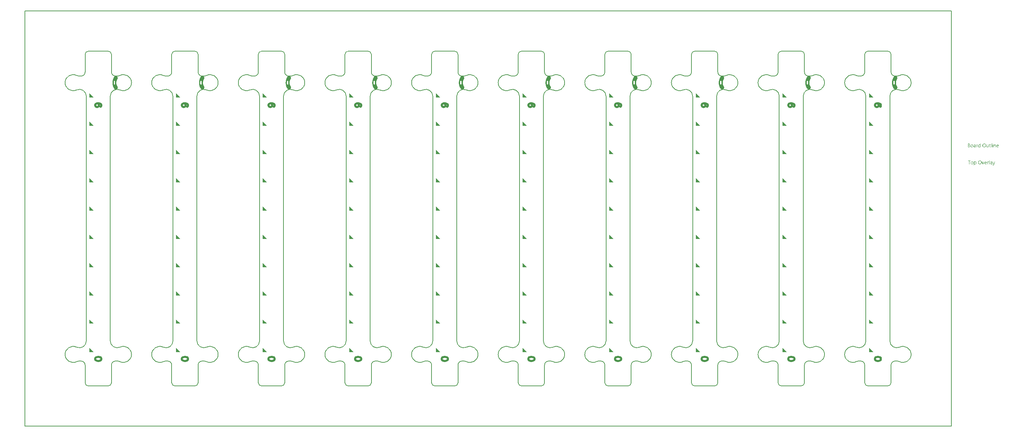
<source format=gto>
G04*
G04 #@! TF.GenerationSoftware,Altium Limited,Altium Designer,21.8.1 (53)*
G04*
G04 Layer_Color=65535*
%FSAX25Y25*%
%MOIN*%
G70*
G04*
G04 #@! TF.SameCoordinates,AD8986AE-68BC-4F7F-9B8F-024DBDB40C31*
G04*
G04*
G04 #@! TF.FilePolarity,Positive*
G04*
G01*
G75*
%ADD14C,0.01968*%
%ADD15C,0.00787*%
G36*
X0831160Y0322829D02*
X0831277Y0322818D01*
X0831393Y0322800D01*
X0831507Y0322776D01*
X0831621Y0322744D01*
X0831732Y0322706D01*
X0831840Y0322661D01*
X0831946Y0322610D01*
X0832048Y0322552D01*
X0832146Y0322488D01*
X0832241Y0322419D01*
X0832331Y0322343D01*
X0832417Y0322263D01*
X0832497Y0322178D01*
X0832572Y0322087D01*
X0832642Y0321993D01*
X0832705Y0321894D01*
X0832763Y0321792D01*
X0832815Y0321686D01*
X0832860Y0321578D01*
X0832898Y0321467D01*
X0832929Y0321354D01*
X0832954Y0321239D01*
X0832972Y0321123D01*
X0832982Y0321006D01*
X0832986Y0320889D01*
X0832982Y0320772D01*
X0832972Y0320655D01*
X0832954Y0320538D01*
X0832929Y0320424D01*
X0832898Y0320311D01*
X0832860Y0320200D01*
X0832815Y0320091D01*
X0832763Y0319986D01*
X0832705Y0319883D01*
X0832696Y0319869D01*
X0832696Y0319869D01*
X0832594Y0319698D01*
X0832484Y0319500D01*
X0832380Y0319299D01*
X0832284Y0319094D01*
X0832194Y0318887D01*
X0832110Y0318676D01*
X0832034Y0318463D01*
X0831965Y0318248D01*
X0831903Y0318030D01*
X0831848Y0317811D01*
X0831800Y0317589D01*
X0831759Y0317367D01*
X0831726Y0317143D01*
X0831701Y0316918D01*
X0831682Y0316692D01*
X0831671Y0316466D01*
X0831667Y0316240D01*
X0831671Y0316014D01*
X0831682Y0315788D01*
X0831701Y0315562D01*
X0831726Y0315337D01*
X0831759Y0315114D01*
X0831800Y0314891D01*
X0831848Y0314670D01*
X0831903Y0314450D01*
X0831965Y0314233D01*
X0832034Y0314017D01*
X0832110Y0313804D01*
X0832194Y0313594D01*
X0832284Y0313386D01*
X0832380Y0313181D01*
X0832484Y0312980D01*
X0832594Y0312782D01*
X0832708Y0312591D01*
X0832709Y0312591D01*
X0832721Y0312571D01*
X0832779Y0312469D01*
X0832830Y0312364D01*
X0832875Y0312255D01*
X0832914Y0312144D01*
X0832945Y0312031D01*
X0832970Y0311916D01*
X0832987Y0311800D01*
X0832998Y0311683D01*
X0833002Y0311566D01*
X0832998Y0311449D01*
X0832987Y0311332D01*
X0832970Y0311216D01*
X0832945Y0311101D01*
X0832914Y0310988D01*
X0832875Y0310877D01*
X0832830Y0310768D01*
X0832779Y0310663D01*
X0832721Y0310560D01*
X0832658Y0310462D01*
X0832588Y0310367D01*
X0832513Y0310277D01*
X0832432Y0310192D01*
X0832347Y0310111D01*
X0832257Y0310036D01*
X0832162Y0309966D01*
X0832064Y0309903D01*
X0831961Y0309845D01*
X0831856Y0309794D01*
X0831747Y0309749D01*
X0831636Y0309711D01*
X0831523Y0309679D01*
X0831409Y0309654D01*
X0831293Y0309637D01*
X0831176Y0309626D01*
X0831058Y0309623D01*
X0830941Y0309626D01*
X0830824Y0309637D01*
X0830708Y0309654D01*
X0830593Y0309679D01*
X0830480Y0309711D01*
X0830369Y0309749D01*
X0830261Y0309794D01*
X0830155Y0309845D01*
X0830053Y0309903D01*
X0829954Y0309966D01*
X0829860Y0310036D01*
X0829770Y0310111D01*
X0829684Y0310192D01*
X0829604Y0310277D01*
X0829528Y0310367D01*
X0829459Y0310462D01*
X0829408Y0310541D01*
X0829408Y0310541D01*
X0829327Y0310671D01*
X0829180Y0310924D01*
X0829039Y0311180D01*
X0828906Y0311441D01*
X0828780Y0311705D01*
X0828660Y0311972D01*
X0828548Y0312242D01*
X0828444Y0312515D01*
X0828347Y0312791D01*
X0828257Y0313070D01*
X0828175Y0313350D01*
X0828100Y0313633D01*
X0828034Y0313918D01*
X0827975Y0314205D01*
X0827923Y0314493D01*
X0827880Y0314782D01*
X0827844Y0315072D01*
X0827817Y0315364D01*
X0827797Y0315655D01*
X0827785Y0315948D01*
X0827781Y0316240D01*
X0827785Y0316533D01*
X0827797Y0316825D01*
X0827817Y0317117D01*
X0827844Y0317408D01*
X0827880Y0317698D01*
X0827923Y0317988D01*
X0827975Y0318276D01*
X0828034Y0318562D01*
X0828100Y0318847D01*
X0828175Y0319130D01*
X0828257Y0319411D01*
X0828347Y0319689D01*
X0828444Y0319965D01*
X0828548Y0320238D01*
X0828660Y0320509D01*
X0828780Y0320776D01*
X0828906Y0321040D01*
X0829039Y0321300D01*
X0829180Y0321556D01*
X0829327Y0321809D01*
X0829389Y0321908D01*
X0829389Y0321908D01*
X0829443Y0321993D01*
X0829513Y0322087D01*
X0829588Y0322178D01*
X0829668Y0322263D01*
X0829754Y0322343D01*
X0829844Y0322419D01*
X0829938Y0322488D01*
X0830037Y0322552D01*
X0830139Y0322610D01*
X0830245Y0322661D01*
X0830353Y0322706D01*
X0830464Y0322744D01*
X0830577Y0322776D01*
X0830692Y0322800D01*
X0830808Y0322818D01*
X0830925Y0322829D01*
X0831042Y0322832D01*
X0831160Y0322829D01*
D02*
G37*
G36*
X0746514D02*
X0746631Y0322818D01*
X0746747Y0322800D01*
X0746862Y0322776D01*
X0746975Y0322744D01*
X0747086Y0322706D01*
X0747194Y0322661D01*
X0747300Y0322610D01*
X0747402Y0322552D01*
X0747501Y0322488D01*
X0747595Y0322419D01*
X0747685Y0322343D01*
X0747771Y0322263D01*
X0747851Y0322178D01*
X0747927Y0322087D01*
X0747996Y0321993D01*
X0748060Y0321894D01*
X0748117Y0321792D01*
X0748169Y0321686D01*
X0748214Y0321578D01*
X0748252Y0321467D01*
X0748284Y0321354D01*
X0748308Y0321239D01*
X0748326Y0321123D01*
X0748337Y0321006D01*
X0748340Y0320889D01*
X0748337Y0320772D01*
X0748326Y0320655D01*
X0748308Y0320538D01*
X0748284Y0320424D01*
X0748252Y0320311D01*
X0748214Y0320200D01*
X0748169Y0320091D01*
X0748117Y0319986D01*
X0748060Y0319883D01*
X0748051Y0319869D01*
X0748051Y0319869D01*
X0747948Y0319698D01*
X0747838Y0319500D01*
X0747735Y0319299D01*
X0747638Y0319094D01*
X0747548Y0318887D01*
X0747465Y0318676D01*
X0747389Y0318463D01*
X0747319Y0318248D01*
X0747257Y0318030D01*
X0747202Y0317811D01*
X0747154Y0317589D01*
X0747114Y0317367D01*
X0747081Y0317143D01*
X0747055Y0316918D01*
X0747036Y0316692D01*
X0747025Y0316466D01*
X0747021Y0316240D01*
X0747025Y0316014D01*
X0747036Y0315788D01*
X0747055Y0315562D01*
X0747081Y0315337D01*
X0747114Y0315114D01*
X0747154Y0314891D01*
X0747202Y0314670D01*
X0747257Y0314450D01*
X0747319Y0314233D01*
X0747389Y0314017D01*
X0747465Y0313804D01*
X0747548Y0313594D01*
X0747638Y0313386D01*
X0747735Y0313181D01*
X0747838Y0312980D01*
X0747948Y0312782D01*
X0748063Y0312591D01*
X0748063Y0312591D01*
X0748076Y0312571D01*
X0748133Y0312469D01*
X0748185Y0312364D01*
X0748230Y0312255D01*
X0748268Y0312144D01*
X0748300Y0312031D01*
X0748324Y0311916D01*
X0748342Y0311800D01*
X0748352Y0311683D01*
X0748356Y0311566D01*
X0748352Y0311449D01*
X0748342Y0311332D01*
X0748324Y0311216D01*
X0748300Y0311101D01*
X0748268Y0310988D01*
X0748230Y0310877D01*
X0748185Y0310768D01*
X0748133Y0310663D01*
X0748076Y0310560D01*
X0748012Y0310462D01*
X0747942Y0310367D01*
X0747867Y0310277D01*
X0747787Y0310192D01*
X0747701Y0310111D01*
X0747611Y0310036D01*
X0747516Y0309966D01*
X0747418Y0309903D01*
X0747316Y0309845D01*
X0747210Y0309794D01*
X0747102Y0309749D01*
X0746991Y0309711D01*
X0746878Y0309679D01*
X0746763Y0309654D01*
X0746647Y0309637D01*
X0746530Y0309626D01*
X0746413Y0309623D01*
X0746295Y0309626D01*
X0746178Y0309637D01*
X0746062Y0309654D01*
X0745948Y0309679D01*
X0745834Y0309711D01*
X0745723Y0309749D01*
X0745615Y0309794D01*
X0745509Y0309845D01*
X0745407Y0309903D01*
X0745309Y0309966D01*
X0745214Y0310036D01*
X0745124Y0310111D01*
X0745038Y0310192D01*
X0744958Y0310277D01*
X0744883Y0310367D01*
X0744813Y0310462D01*
X0744762Y0310541D01*
X0744763Y0310541D01*
X0744682Y0310671D01*
X0744534Y0310924D01*
X0744394Y0311180D01*
X0744260Y0311441D01*
X0744134Y0311705D01*
X0744015Y0311972D01*
X0743903Y0312242D01*
X0743798Y0312515D01*
X0743701Y0312791D01*
X0743611Y0313070D01*
X0743529Y0313350D01*
X0743455Y0313633D01*
X0743388Y0313918D01*
X0743329Y0314205D01*
X0743278Y0314493D01*
X0743234Y0314782D01*
X0743199Y0315072D01*
X0743171Y0315364D01*
X0743151Y0315655D01*
X0743139Y0315948D01*
X0743135Y0316240D01*
X0743139Y0316533D01*
X0743151Y0316825D01*
X0743171Y0317117D01*
X0743199Y0317408D01*
X0743234Y0317698D01*
X0743278Y0317988D01*
X0743329Y0318276D01*
X0743388Y0318562D01*
X0743455Y0318847D01*
X0743529Y0319130D01*
X0743611Y0319411D01*
X0743701Y0319689D01*
X0743798Y0319965D01*
X0743903Y0320238D01*
X0744015Y0320509D01*
X0744134Y0320776D01*
X0744260Y0321040D01*
X0744394Y0321300D01*
X0744534Y0321556D01*
X0744682Y0321809D01*
X0744743Y0321908D01*
X0744743Y0321908D01*
X0744797Y0321993D01*
X0744867Y0322087D01*
X0744942Y0322178D01*
X0745022Y0322263D01*
X0745108Y0322343D01*
X0745198Y0322419D01*
X0745293Y0322488D01*
X0745391Y0322552D01*
X0745494Y0322610D01*
X0745599Y0322661D01*
X0745708Y0322706D01*
X0745819Y0322744D01*
X0745932Y0322776D01*
X0746046Y0322800D01*
X0746163Y0322818D01*
X0746279Y0322829D01*
X0746397Y0322832D01*
X0746514Y0322829D01*
D02*
G37*
G36*
X0661868D02*
X0661985Y0322818D01*
X0662101Y0322800D01*
X0662216Y0322776D01*
X0662329Y0322744D01*
X0662440Y0322706D01*
X0662549Y0322661D01*
X0662654Y0322610D01*
X0662756Y0322552D01*
X0662855Y0322488D01*
X0662950Y0322419D01*
X0663040Y0322343D01*
X0663125Y0322263D01*
X0663206Y0322178D01*
X0663281Y0322087D01*
X0663350Y0321993D01*
X0663414Y0321894D01*
X0663472Y0321792D01*
X0663523Y0321686D01*
X0663568Y0321578D01*
X0663606Y0321467D01*
X0663638Y0321354D01*
X0663663Y0321239D01*
X0663680Y0321123D01*
X0663691Y0321006D01*
X0663694Y0320889D01*
X0663691Y0320772D01*
X0663680Y0320655D01*
X0663663Y0320538D01*
X0663638Y0320424D01*
X0663606Y0320311D01*
X0663568Y0320200D01*
X0663523Y0320091D01*
X0663472Y0319986D01*
X0663414Y0319883D01*
X0663405Y0319869D01*
X0663405Y0319869D01*
X0663302Y0319698D01*
X0663192Y0319500D01*
X0663089Y0319299D01*
X0662992Y0319094D01*
X0662902Y0318887D01*
X0662819Y0318676D01*
X0662743Y0318463D01*
X0662674Y0318248D01*
X0662611Y0318030D01*
X0662557Y0317811D01*
X0662509Y0317589D01*
X0662468Y0317367D01*
X0662435Y0317143D01*
X0662409Y0316918D01*
X0662391Y0316692D01*
X0662380Y0316466D01*
X0662376Y0316240D01*
X0662380Y0316014D01*
X0662391Y0315788D01*
X0662409Y0315562D01*
X0662435Y0315337D01*
X0662468Y0315114D01*
X0662509Y0314891D01*
X0662557Y0314670D01*
X0662611Y0314450D01*
X0662674Y0314233D01*
X0662743Y0314017D01*
X0662819Y0313804D01*
X0662902Y0313594D01*
X0662992Y0313386D01*
X0663089Y0313181D01*
X0663192Y0312980D01*
X0663302Y0312782D01*
X0663417Y0312591D01*
X0663417Y0312591D01*
X0663430Y0312571D01*
X0663488Y0312469D01*
X0663539Y0312364D01*
X0663584Y0312255D01*
X0663622Y0312144D01*
X0663654Y0312031D01*
X0663678Y0311916D01*
X0663696Y0311800D01*
X0663707Y0311683D01*
X0663710Y0311566D01*
X0663707Y0311449D01*
X0663696Y0311332D01*
X0663678Y0311216D01*
X0663654Y0311101D01*
X0663622Y0310988D01*
X0663584Y0310877D01*
X0663539Y0310768D01*
X0663488Y0310663D01*
X0663430Y0310560D01*
X0663366Y0310462D01*
X0663297Y0310367D01*
X0663222Y0310277D01*
X0663141Y0310192D01*
X0663056Y0310111D01*
X0662965Y0310036D01*
X0662871Y0309966D01*
X0662772Y0309903D01*
X0662670Y0309845D01*
X0662564Y0309794D01*
X0662456Y0309749D01*
X0662345Y0309711D01*
X0662232Y0309679D01*
X0662117Y0309654D01*
X0662001Y0309637D01*
X0661884Y0309626D01*
X0661767Y0309623D01*
X0661650Y0309626D01*
X0661533Y0309637D01*
X0661416Y0309654D01*
X0661302Y0309679D01*
X0661189Y0309711D01*
X0661078Y0309749D01*
X0660969Y0309794D01*
X0660864Y0309845D01*
X0660761Y0309903D01*
X0660663Y0309966D01*
X0660568Y0310036D01*
X0660478Y0310111D01*
X0660393Y0310192D01*
X0660312Y0310277D01*
X0660237Y0310367D01*
X0660168Y0310462D01*
X0660116Y0310541D01*
X0660117Y0310541D01*
X0660036Y0310671D01*
X0659889Y0310924D01*
X0659748Y0311180D01*
X0659615Y0311441D01*
X0659488Y0311705D01*
X0659369Y0311972D01*
X0659257Y0312242D01*
X0659152Y0312515D01*
X0659055Y0312791D01*
X0658965Y0313070D01*
X0658883Y0313350D01*
X0658809Y0313633D01*
X0658742Y0313918D01*
X0658683Y0314205D01*
X0658632Y0314493D01*
X0658589Y0314782D01*
X0658553Y0315072D01*
X0658525Y0315364D01*
X0658506Y0315655D01*
X0658494Y0315948D01*
X0658490Y0316240D01*
X0658494Y0316533D01*
X0658506Y0316825D01*
X0658525Y0317117D01*
X0658553Y0317408D01*
X0658589Y0317698D01*
X0658632Y0317988D01*
X0658683Y0318276D01*
X0658742Y0318562D01*
X0658809Y0318847D01*
X0658883Y0319130D01*
X0658965Y0319411D01*
X0659055Y0319689D01*
X0659152Y0319965D01*
X0659257Y0320238D01*
X0659369Y0320509D01*
X0659488Y0320776D01*
X0659615Y0321040D01*
X0659748Y0321300D01*
X0659889Y0321556D01*
X0660036Y0321809D01*
X0660098Y0321908D01*
X0660097Y0321908D01*
X0660152Y0321993D01*
X0660221Y0322087D01*
X0660296Y0322178D01*
X0660377Y0322263D01*
X0660462Y0322343D01*
X0660553Y0322419D01*
X0660647Y0322488D01*
X0660746Y0322552D01*
X0660848Y0322610D01*
X0660953Y0322661D01*
X0661062Y0322706D01*
X0661173Y0322744D01*
X0661286Y0322776D01*
X0661401Y0322800D01*
X0661517Y0322818D01*
X0661634Y0322829D01*
X0661751Y0322832D01*
X0661868Y0322829D01*
D02*
G37*
G36*
X0577223D02*
X0577340Y0322818D01*
X0577456Y0322800D01*
X0577570Y0322776D01*
X0577683Y0322744D01*
X0577795Y0322706D01*
X0577903Y0322661D01*
X0578009Y0322610D01*
X0578111Y0322552D01*
X0578209Y0322488D01*
X0578304Y0322419D01*
X0578394Y0322343D01*
X0578479Y0322263D01*
X0578560Y0322178D01*
X0578635Y0322087D01*
X0578705Y0321993D01*
X0578768Y0321894D01*
X0578826Y0321792D01*
X0578877Y0321686D01*
X0578922Y0321578D01*
X0578961Y0321467D01*
X0578992Y0321354D01*
X0579017Y0321239D01*
X0579035Y0321123D01*
X0579045Y0321006D01*
X0579049Y0320889D01*
X0579045Y0320772D01*
X0579035Y0320655D01*
X0579017Y0320538D01*
X0578992Y0320424D01*
X0578961Y0320311D01*
X0578922Y0320200D01*
X0578877Y0320091D01*
X0578826Y0319986D01*
X0578768Y0319883D01*
X0578759Y0319869D01*
X0578759Y0319869D01*
X0578657Y0319698D01*
X0578547Y0319500D01*
X0578443Y0319299D01*
X0578347Y0319094D01*
X0578257Y0318887D01*
X0578173Y0318676D01*
X0578097Y0318463D01*
X0578028Y0318248D01*
X0577966Y0318030D01*
X0577911Y0317811D01*
X0577863Y0317589D01*
X0577822Y0317367D01*
X0577789Y0317143D01*
X0577763Y0316918D01*
X0577745Y0316692D01*
X0577734Y0316466D01*
X0577730Y0316240D01*
X0577734Y0316014D01*
X0577745Y0315788D01*
X0577763Y0315562D01*
X0577789Y0315337D01*
X0577822Y0315114D01*
X0577863Y0314891D01*
X0577911Y0314670D01*
X0577966Y0314450D01*
X0578028Y0314233D01*
X0578097Y0314017D01*
X0578173Y0313804D01*
X0578257Y0313594D01*
X0578347Y0313386D01*
X0578443Y0313181D01*
X0578547Y0312980D01*
X0578657Y0312782D01*
X0578771Y0312591D01*
X0578771Y0312591D01*
X0578784Y0312571D01*
X0578842Y0312469D01*
X0578893Y0312364D01*
X0578938Y0312255D01*
X0578977Y0312144D01*
X0579008Y0312031D01*
X0579033Y0311916D01*
X0579050Y0311800D01*
X0579061Y0311683D01*
X0579065Y0311566D01*
X0579061Y0311449D01*
X0579050Y0311332D01*
X0579033Y0311216D01*
X0579008Y0311101D01*
X0578977Y0310988D01*
X0578938Y0310877D01*
X0578893Y0310768D01*
X0578842Y0310663D01*
X0578784Y0310560D01*
X0578721Y0310462D01*
X0578651Y0310367D01*
X0578576Y0310277D01*
X0578495Y0310192D01*
X0578410Y0310111D01*
X0578320Y0310036D01*
X0578225Y0309966D01*
X0578127Y0309903D01*
X0578024Y0309845D01*
X0577919Y0309794D01*
X0577810Y0309749D01*
X0577699Y0309711D01*
X0577586Y0309679D01*
X0577471Y0309654D01*
X0577355Y0309637D01*
X0577239Y0309626D01*
X0577121Y0309623D01*
X0577004Y0309626D01*
X0576887Y0309637D01*
X0576771Y0309654D01*
X0576656Y0309679D01*
X0576543Y0309711D01*
X0576432Y0309749D01*
X0576324Y0309794D01*
X0576218Y0309845D01*
X0576116Y0309903D01*
X0576017Y0309966D01*
X0575923Y0310036D01*
X0575832Y0310111D01*
X0575747Y0310192D01*
X0575667Y0310277D01*
X0575591Y0310367D01*
X0575522Y0310462D01*
X0575471Y0310541D01*
X0575471Y0310541D01*
X0575390Y0310671D01*
X0575243Y0310924D01*
X0575102Y0311180D01*
X0574969Y0311441D01*
X0574842Y0311705D01*
X0574723Y0311972D01*
X0574611Y0312242D01*
X0574507Y0312515D01*
X0574409Y0312791D01*
X0574320Y0313070D01*
X0574238Y0313350D01*
X0574163Y0313633D01*
X0574097Y0313918D01*
X0574038Y0314205D01*
X0573986Y0314493D01*
X0573943Y0314782D01*
X0573907Y0315072D01*
X0573880Y0315364D01*
X0573860Y0315655D01*
X0573848Y0315948D01*
X0573844Y0316240D01*
X0573848Y0316533D01*
X0573860Y0316825D01*
X0573880Y0317117D01*
X0573907Y0317408D01*
X0573943Y0317698D01*
X0573986Y0317988D01*
X0574038Y0318276D01*
X0574097Y0318562D01*
X0574163Y0318847D01*
X0574238Y0319130D01*
X0574320Y0319411D01*
X0574409Y0319689D01*
X0574507Y0319965D01*
X0574611Y0320238D01*
X0574723Y0320509D01*
X0574842Y0320776D01*
X0574969Y0321040D01*
X0575102Y0321300D01*
X0575243Y0321556D01*
X0575390Y0321809D01*
X0575452Y0321908D01*
X0575451Y0321908D01*
X0575506Y0321993D01*
X0575575Y0322087D01*
X0575651Y0322178D01*
X0575731Y0322263D01*
X0575817Y0322343D01*
X0575907Y0322419D01*
X0576001Y0322488D01*
X0576100Y0322552D01*
X0576202Y0322610D01*
X0576308Y0322661D01*
X0576416Y0322706D01*
X0576527Y0322744D01*
X0576640Y0322776D01*
X0576755Y0322800D01*
X0576871Y0322818D01*
X0576988Y0322829D01*
X0577105Y0322832D01*
X0577223Y0322829D01*
D02*
G37*
G36*
X0492577D02*
X0492694Y0322818D01*
X0492810Y0322800D01*
X0492925Y0322776D01*
X0493038Y0322744D01*
X0493149Y0322706D01*
X0493257Y0322661D01*
X0493363Y0322610D01*
X0493465Y0322552D01*
X0493564Y0322488D01*
X0493658Y0322419D01*
X0493748Y0322343D01*
X0493834Y0322263D01*
X0493914Y0322178D01*
X0493990Y0322087D01*
X0494059Y0321993D01*
X0494123Y0321894D01*
X0494180Y0321792D01*
X0494232Y0321686D01*
X0494277Y0321578D01*
X0494315Y0321467D01*
X0494347Y0321354D01*
X0494371Y0321239D01*
X0494389Y0321123D01*
X0494399Y0321006D01*
X0494403Y0320889D01*
X0494399Y0320772D01*
X0494389Y0320655D01*
X0494371Y0320538D01*
X0494347Y0320424D01*
X0494315Y0320311D01*
X0494277Y0320200D01*
X0494232Y0320091D01*
X0494180Y0319986D01*
X0494123Y0319883D01*
X0494114Y0319869D01*
X0494114Y0319869D01*
X0494011Y0319698D01*
X0493901Y0319500D01*
X0493798Y0319299D01*
X0493701Y0319094D01*
X0493611Y0318887D01*
X0493528Y0318676D01*
X0493451Y0318463D01*
X0493382Y0318248D01*
X0493320Y0318030D01*
X0493265Y0317811D01*
X0493217Y0317589D01*
X0493177Y0317367D01*
X0493144Y0317143D01*
X0493118Y0316918D01*
X0493099Y0316692D01*
X0493088Y0316466D01*
X0493084Y0316240D01*
X0493088Y0316014D01*
X0493099Y0315788D01*
X0493118Y0315562D01*
X0493144Y0315337D01*
X0493177Y0315114D01*
X0493217Y0314891D01*
X0493265Y0314670D01*
X0493320Y0314450D01*
X0493382Y0314233D01*
X0493451Y0314017D01*
X0493528Y0313804D01*
X0493611Y0313594D01*
X0493701Y0313386D01*
X0493798Y0313181D01*
X0493901Y0312980D01*
X0494011Y0312782D01*
X0494126Y0312591D01*
X0494126Y0312591D01*
X0494139Y0312571D01*
X0494196Y0312469D01*
X0494248Y0312364D01*
X0494293Y0312255D01*
X0494331Y0312144D01*
X0494362Y0312031D01*
X0494387Y0311916D01*
X0494405Y0311800D01*
X0494415Y0311683D01*
X0494419Y0311566D01*
X0494415Y0311449D01*
X0494405Y0311332D01*
X0494387Y0311216D01*
X0494362Y0311101D01*
X0494331Y0310988D01*
X0494293Y0310877D01*
X0494248Y0310768D01*
X0494196Y0310663D01*
X0494139Y0310560D01*
X0494075Y0310462D01*
X0494005Y0310367D01*
X0493930Y0310277D01*
X0493850Y0310192D01*
X0493764Y0310111D01*
X0493674Y0310036D01*
X0493579Y0309966D01*
X0493481Y0309903D01*
X0493379Y0309845D01*
X0493273Y0309794D01*
X0493165Y0309749D01*
X0493054Y0309711D01*
X0492941Y0309679D01*
X0492826Y0309654D01*
X0492710Y0309637D01*
X0492593Y0309626D01*
X0492476Y0309623D01*
X0492358Y0309626D01*
X0492241Y0309637D01*
X0492125Y0309654D01*
X0492010Y0309679D01*
X0491897Y0309711D01*
X0491786Y0309749D01*
X0491678Y0309794D01*
X0491572Y0309845D01*
X0491470Y0309903D01*
X0491371Y0309966D01*
X0491277Y0310036D01*
X0491187Y0310111D01*
X0491101Y0310192D01*
X0491021Y0310277D01*
X0490946Y0310367D01*
X0490876Y0310462D01*
X0490825Y0310541D01*
X0490825Y0310541D01*
X0490744Y0310671D01*
X0490597Y0310924D01*
X0490457Y0311180D01*
X0490323Y0311441D01*
X0490197Y0311705D01*
X0490077Y0311972D01*
X0489965Y0312242D01*
X0489861Y0312515D01*
X0489764Y0312791D01*
X0489674Y0313070D01*
X0489592Y0313350D01*
X0489518Y0313633D01*
X0489451Y0313918D01*
X0489392Y0314205D01*
X0489341Y0314493D01*
X0489297Y0314782D01*
X0489262Y0315072D01*
X0489234Y0315364D01*
X0489214Y0315655D01*
X0489202Y0315948D01*
X0489198Y0316240D01*
X0489202Y0316533D01*
X0489214Y0316825D01*
X0489234Y0317117D01*
X0489262Y0317408D01*
X0489297Y0317698D01*
X0489341Y0317988D01*
X0489392Y0318276D01*
X0489451Y0318562D01*
X0489518Y0318847D01*
X0489592Y0319130D01*
X0489674Y0319411D01*
X0489764Y0319689D01*
X0489861Y0319965D01*
X0489965Y0320238D01*
X0490077Y0320509D01*
X0490197Y0320776D01*
X0490323Y0321040D01*
X0490457Y0321300D01*
X0490597Y0321556D01*
X0490744Y0321809D01*
X0490806Y0321908D01*
X0490806Y0321908D01*
X0490860Y0321993D01*
X0490930Y0322087D01*
X0491005Y0322178D01*
X0491085Y0322263D01*
X0491171Y0322343D01*
X0491261Y0322419D01*
X0491356Y0322488D01*
X0491454Y0322552D01*
X0491557Y0322610D01*
X0491662Y0322661D01*
X0491771Y0322706D01*
X0491882Y0322744D01*
X0491995Y0322776D01*
X0492109Y0322800D01*
X0492225Y0322818D01*
X0492342Y0322829D01*
X0492460Y0322832D01*
X0492577Y0322829D01*
D02*
G37*
G36*
X0407931D02*
X0408048Y0322818D01*
X0408164Y0322800D01*
X0408279Y0322776D01*
X0408392Y0322744D01*
X0408503Y0322706D01*
X0408611Y0322661D01*
X0408717Y0322610D01*
X0408819Y0322552D01*
X0408918Y0322488D01*
X0409013Y0322419D01*
X0409103Y0322343D01*
X0409188Y0322263D01*
X0409269Y0322178D01*
X0409344Y0322087D01*
X0409413Y0321993D01*
X0409477Y0321894D01*
X0409535Y0321792D01*
X0409586Y0321686D01*
X0409631Y0321578D01*
X0409669Y0321467D01*
X0409701Y0321354D01*
X0409726Y0321239D01*
X0409743Y0321123D01*
X0409754Y0321006D01*
X0409757Y0320889D01*
X0409754Y0320772D01*
X0409743Y0320655D01*
X0409726Y0320538D01*
X0409701Y0320424D01*
X0409669Y0320311D01*
X0409631Y0320200D01*
X0409586Y0320091D01*
X0409535Y0319986D01*
X0409477Y0319883D01*
X0409468Y0319869D01*
X0409468Y0319869D01*
X0409365Y0319698D01*
X0409255Y0319500D01*
X0409152Y0319299D01*
X0409055Y0319094D01*
X0408965Y0318887D01*
X0408882Y0318676D01*
X0408806Y0318463D01*
X0408737Y0318248D01*
X0408674Y0318030D01*
X0408619Y0317811D01*
X0408572Y0317589D01*
X0408531Y0317367D01*
X0408498Y0317143D01*
X0408472Y0316918D01*
X0408454Y0316692D01*
X0408442Y0316466D01*
X0408439Y0316240D01*
X0408442Y0316014D01*
X0408454Y0315788D01*
X0408472Y0315562D01*
X0408498Y0315337D01*
X0408531Y0315114D01*
X0408572Y0314891D01*
X0408619Y0314670D01*
X0408674Y0314450D01*
X0408737Y0314233D01*
X0408806Y0314017D01*
X0408882Y0313804D01*
X0408965Y0313594D01*
X0409055Y0313386D01*
X0409152Y0313181D01*
X0409255Y0312980D01*
X0409365Y0312782D01*
X0409480Y0312591D01*
X0409480Y0312591D01*
X0409493Y0312571D01*
X0409551Y0312469D01*
X0409602Y0312364D01*
X0409647Y0312255D01*
X0409685Y0312144D01*
X0409717Y0312031D01*
X0409741Y0311916D01*
X0409759Y0311800D01*
X0409770Y0311683D01*
X0409773Y0311566D01*
X0409770Y0311449D01*
X0409759Y0311332D01*
X0409741Y0311216D01*
X0409717Y0311101D01*
X0409685Y0310988D01*
X0409647Y0310877D01*
X0409602Y0310768D01*
X0409551Y0310663D01*
X0409493Y0310560D01*
X0409429Y0310462D01*
X0409360Y0310367D01*
X0409284Y0310277D01*
X0409204Y0310192D01*
X0409119Y0310111D01*
X0409028Y0310036D01*
X0408934Y0309966D01*
X0408835Y0309903D01*
X0408733Y0309845D01*
X0408627Y0309794D01*
X0408519Y0309749D01*
X0408408Y0309711D01*
X0408295Y0309679D01*
X0408180Y0309654D01*
X0408064Y0309637D01*
X0407947Y0309626D01*
X0407830Y0309623D01*
X0407712Y0309626D01*
X0407595Y0309637D01*
X0407479Y0309654D01*
X0407365Y0309679D01*
X0407252Y0309711D01*
X0407141Y0309749D01*
X0407032Y0309794D01*
X0406927Y0309845D01*
X0406824Y0309903D01*
X0406726Y0309966D01*
X0406631Y0310036D01*
X0406541Y0310111D01*
X0406456Y0310192D01*
X0406375Y0310277D01*
X0406300Y0310367D01*
X0406230Y0310462D01*
X0406179Y0310541D01*
X0406180Y0310541D01*
X0406099Y0310671D01*
X0405951Y0310924D01*
X0405811Y0311180D01*
X0405677Y0311441D01*
X0405551Y0311705D01*
X0405432Y0311972D01*
X0405320Y0312242D01*
X0405215Y0312515D01*
X0405118Y0312791D01*
X0405028Y0313070D01*
X0404946Y0313350D01*
X0404872Y0313633D01*
X0404805Y0313918D01*
X0404746Y0314205D01*
X0404695Y0314493D01*
X0404651Y0314782D01*
X0404616Y0315072D01*
X0404588Y0315364D01*
X0404568Y0315655D01*
X0404557Y0315948D01*
X0404553Y0316240D01*
X0404557Y0316533D01*
X0404568Y0316825D01*
X0404588Y0317117D01*
X0404616Y0317408D01*
X0404651Y0317698D01*
X0404695Y0317988D01*
X0404746Y0318276D01*
X0404805Y0318562D01*
X0404872Y0318847D01*
X0404946Y0319130D01*
X0405028Y0319411D01*
X0405118Y0319689D01*
X0405215Y0319965D01*
X0405320Y0320238D01*
X0405432Y0320509D01*
X0405551Y0320776D01*
X0405677Y0321040D01*
X0405811Y0321300D01*
X0405951Y0321556D01*
X0406099Y0321809D01*
X0406160Y0321908D01*
X0406160Y0321908D01*
X0406215Y0321993D01*
X0406284Y0322087D01*
X0406359Y0322178D01*
X0406440Y0322263D01*
X0406525Y0322343D01*
X0406615Y0322419D01*
X0406710Y0322488D01*
X0406809Y0322552D01*
X0406911Y0322610D01*
X0407016Y0322661D01*
X0407125Y0322706D01*
X0407236Y0322744D01*
X0407349Y0322776D01*
X0407464Y0322800D01*
X0407580Y0322818D01*
X0407697Y0322829D01*
X0407814Y0322832D01*
X0407931Y0322829D01*
D02*
G37*
G36*
X0323286D02*
X0323403Y0322818D01*
X0323519Y0322800D01*
X0323633Y0322776D01*
X0323746Y0322744D01*
X0323857Y0322706D01*
X0323966Y0322661D01*
X0324071Y0322610D01*
X0324174Y0322552D01*
X0324272Y0322488D01*
X0324367Y0322419D01*
X0324457Y0322343D01*
X0324542Y0322263D01*
X0324623Y0322178D01*
X0324698Y0322087D01*
X0324768Y0321993D01*
X0324831Y0321894D01*
X0324889Y0321792D01*
X0324940Y0321686D01*
X0324985Y0321578D01*
X0325024Y0321467D01*
X0325055Y0321354D01*
X0325080Y0321239D01*
X0325097Y0321123D01*
X0325108Y0321006D01*
X0325112Y0320889D01*
X0325108Y0320772D01*
X0325097Y0320655D01*
X0325080Y0320538D01*
X0325055Y0320424D01*
X0325024Y0320311D01*
X0324985Y0320200D01*
X0324940Y0320091D01*
X0324889Y0319986D01*
X0324831Y0319883D01*
X0324822Y0319869D01*
X0324822Y0319869D01*
X0324720Y0319698D01*
X0324610Y0319500D01*
X0324506Y0319299D01*
X0324410Y0319094D01*
X0324320Y0318887D01*
X0324236Y0318676D01*
X0324160Y0318463D01*
X0324091Y0318248D01*
X0324029Y0318030D01*
X0323974Y0317811D01*
X0323926Y0317589D01*
X0323885Y0317367D01*
X0323852Y0317143D01*
X0323826Y0316918D01*
X0323808Y0316692D01*
X0323797Y0316466D01*
X0323793Y0316240D01*
X0323797Y0316014D01*
X0323808Y0315788D01*
X0323826Y0315562D01*
X0323852Y0315337D01*
X0323885Y0315114D01*
X0323926Y0314891D01*
X0323974Y0314670D01*
X0324029Y0314450D01*
X0324091Y0314233D01*
X0324160Y0314017D01*
X0324236Y0313804D01*
X0324320Y0313594D01*
X0324410Y0313386D01*
X0324506Y0313181D01*
X0324610Y0312980D01*
X0324720Y0312782D01*
X0324834Y0312591D01*
X0324834Y0312591D01*
X0324847Y0312571D01*
X0324905Y0312469D01*
X0324956Y0312364D01*
X0325001Y0312255D01*
X0325040Y0312144D01*
X0325071Y0312031D01*
X0325096Y0311916D01*
X0325113Y0311800D01*
X0325124Y0311683D01*
X0325128Y0311566D01*
X0325124Y0311449D01*
X0325113Y0311332D01*
X0325096Y0311216D01*
X0325071Y0311101D01*
X0325040Y0310988D01*
X0325001Y0310877D01*
X0324956Y0310768D01*
X0324905Y0310663D01*
X0324847Y0310560D01*
X0324783Y0310462D01*
X0324714Y0310367D01*
X0324639Y0310277D01*
X0324558Y0310192D01*
X0324473Y0310111D01*
X0324383Y0310036D01*
X0324288Y0309966D01*
X0324189Y0309903D01*
X0324087Y0309845D01*
X0323982Y0309794D01*
X0323873Y0309749D01*
X0323762Y0309711D01*
X0323649Y0309679D01*
X0323534Y0309654D01*
X0323418Y0309637D01*
X0323301Y0309626D01*
X0323184Y0309623D01*
X0323067Y0309626D01*
X0322950Y0309637D01*
X0322834Y0309654D01*
X0322719Y0309679D01*
X0322606Y0309711D01*
X0322495Y0309749D01*
X0322387Y0309794D01*
X0322281Y0309845D01*
X0322179Y0309903D01*
X0322080Y0309966D01*
X0321986Y0310036D01*
X0321895Y0310111D01*
X0321810Y0310192D01*
X0321729Y0310277D01*
X0321654Y0310367D01*
X0321585Y0310462D01*
X0321534Y0310541D01*
X0321534Y0310541D01*
X0321453Y0310671D01*
X0321306Y0310924D01*
X0321165Y0311180D01*
X0321032Y0311441D01*
X0320905Y0311705D01*
X0320786Y0311972D01*
X0320674Y0312242D01*
X0320570Y0312515D01*
X0320472Y0312791D01*
X0320383Y0313070D01*
X0320301Y0313350D01*
X0320226Y0313633D01*
X0320160Y0313918D01*
X0320100Y0314205D01*
X0320049Y0314493D01*
X0320006Y0314782D01*
X0319970Y0315072D01*
X0319943Y0315364D01*
X0319923Y0315655D01*
X0319911Y0315948D01*
X0319907Y0316240D01*
X0319911Y0316533D01*
X0319923Y0316825D01*
X0319943Y0317117D01*
X0319970Y0317408D01*
X0320006Y0317698D01*
X0320049Y0317988D01*
X0320100Y0318276D01*
X0320160Y0318562D01*
X0320226Y0318847D01*
X0320301Y0319130D01*
X0320383Y0319411D01*
X0320472Y0319689D01*
X0320570Y0319965D01*
X0320674Y0320238D01*
X0320786Y0320509D01*
X0320905Y0320776D01*
X0321032Y0321040D01*
X0321165Y0321300D01*
X0321306Y0321556D01*
X0321453Y0321809D01*
X0321515Y0321908D01*
X0321514Y0321908D01*
X0321569Y0321993D01*
X0321638Y0322087D01*
X0321714Y0322178D01*
X0321794Y0322263D01*
X0321880Y0322343D01*
X0321970Y0322419D01*
X0322064Y0322488D01*
X0322163Y0322552D01*
X0322265Y0322610D01*
X0322371Y0322661D01*
X0322479Y0322706D01*
X0322590Y0322744D01*
X0322703Y0322776D01*
X0322818Y0322800D01*
X0322934Y0322818D01*
X0323051Y0322829D01*
X0323168Y0322832D01*
X0323286Y0322829D01*
D02*
G37*
G36*
X0238640D02*
X0238757Y0322818D01*
X0238873Y0322800D01*
X0238988Y0322776D01*
X0239101Y0322744D01*
X0239212Y0322706D01*
X0239320Y0322661D01*
X0239426Y0322610D01*
X0239528Y0322552D01*
X0239627Y0322488D01*
X0239721Y0322419D01*
X0239811Y0322343D01*
X0239897Y0322263D01*
X0239977Y0322178D01*
X0240052Y0322087D01*
X0240122Y0321993D01*
X0240186Y0321894D01*
X0240243Y0321792D01*
X0240295Y0321686D01*
X0240340Y0321578D01*
X0240378Y0321467D01*
X0240409Y0321354D01*
X0240434Y0321239D01*
X0240452Y0321123D01*
X0240462Y0321006D01*
X0240466Y0320889D01*
X0240462Y0320772D01*
X0240452Y0320655D01*
X0240434Y0320538D01*
X0240409Y0320424D01*
X0240378Y0320311D01*
X0240340Y0320200D01*
X0240295Y0320091D01*
X0240243Y0319986D01*
X0240186Y0319883D01*
X0240177Y0319869D01*
X0240177Y0319869D01*
X0240074Y0319698D01*
X0239964Y0319500D01*
X0239861Y0319299D01*
X0239764Y0319094D01*
X0239674Y0318887D01*
X0239591Y0318676D01*
X0239514Y0318463D01*
X0239445Y0318248D01*
X0239383Y0318030D01*
X0239328Y0317811D01*
X0239280Y0317589D01*
X0239240Y0317367D01*
X0239207Y0317143D01*
X0239181Y0316918D01*
X0239162Y0316692D01*
X0239151Y0316466D01*
X0239147Y0316240D01*
X0239151Y0316014D01*
X0239162Y0315788D01*
X0239181Y0315562D01*
X0239207Y0315337D01*
X0239240Y0315114D01*
X0239280Y0314891D01*
X0239328Y0314670D01*
X0239383Y0314450D01*
X0239445Y0314233D01*
X0239514Y0314017D01*
X0239591Y0313804D01*
X0239674Y0313594D01*
X0239764Y0313386D01*
X0239861Y0313181D01*
X0239964Y0312980D01*
X0240074Y0312782D01*
X0240189Y0312591D01*
X0240189Y0312591D01*
X0240201Y0312571D01*
X0240259Y0312469D01*
X0240311Y0312364D01*
X0240355Y0312255D01*
X0240394Y0312144D01*
X0240425Y0312031D01*
X0240450Y0311916D01*
X0240468Y0311800D01*
X0240478Y0311683D01*
X0240482Y0311566D01*
X0240478Y0311449D01*
X0240468Y0311332D01*
X0240450Y0311216D01*
X0240425Y0311101D01*
X0240394Y0310988D01*
X0240355Y0310877D01*
X0240311Y0310768D01*
X0240259Y0310663D01*
X0240201Y0310560D01*
X0240138Y0310462D01*
X0240068Y0310367D01*
X0239993Y0310277D01*
X0239913Y0310192D01*
X0239827Y0310111D01*
X0239737Y0310036D01*
X0239642Y0309966D01*
X0239544Y0309903D01*
X0239441Y0309845D01*
X0239336Y0309794D01*
X0239228Y0309749D01*
X0239117Y0309711D01*
X0239003Y0309679D01*
X0238889Y0309654D01*
X0238773Y0309637D01*
X0238656Y0309626D01*
X0238538Y0309623D01*
X0238421Y0309626D01*
X0238304Y0309637D01*
X0238188Y0309654D01*
X0238073Y0309679D01*
X0237960Y0309711D01*
X0237849Y0309749D01*
X0237741Y0309794D01*
X0237635Y0309845D01*
X0237533Y0309903D01*
X0237434Y0309966D01*
X0237340Y0310036D01*
X0237250Y0310111D01*
X0237164Y0310192D01*
X0237084Y0310277D01*
X0237009Y0310367D01*
X0236939Y0310462D01*
X0236888Y0310541D01*
X0236888Y0310541D01*
X0236807Y0310671D01*
X0236660Y0310924D01*
X0236520Y0311180D01*
X0236386Y0311441D01*
X0236260Y0311705D01*
X0236140Y0311972D01*
X0236029Y0312242D01*
X0235924Y0312515D01*
X0235827Y0312791D01*
X0235737Y0313070D01*
X0235655Y0313350D01*
X0235581Y0313633D01*
X0235514Y0313918D01*
X0235455Y0314205D01*
X0235404Y0314493D01*
X0235360Y0314782D01*
X0235325Y0315072D01*
X0235297Y0315364D01*
X0235277Y0315655D01*
X0235265Y0315948D01*
X0235261Y0316240D01*
X0235265Y0316533D01*
X0235277Y0316825D01*
X0235297Y0317117D01*
X0235325Y0317408D01*
X0235360Y0317698D01*
X0235404Y0317988D01*
X0235455Y0318276D01*
X0235514Y0318562D01*
X0235581Y0318847D01*
X0235655Y0319130D01*
X0235737Y0319411D01*
X0235827Y0319689D01*
X0235924Y0319965D01*
X0236029Y0320238D01*
X0236140Y0320509D01*
X0236260Y0320776D01*
X0236386Y0321040D01*
X0236520Y0321300D01*
X0236660Y0321556D01*
X0236807Y0321809D01*
X0236869Y0321908D01*
X0236869Y0321908D01*
X0236923Y0321993D01*
X0236993Y0322087D01*
X0237068Y0322178D01*
X0237148Y0322263D01*
X0237234Y0322343D01*
X0237324Y0322419D01*
X0237419Y0322488D01*
X0237517Y0322552D01*
X0237619Y0322610D01*
X0237725Y0322661D01*
X0237833Y0322706D01*
X0237944Y0322744D01*
X0238057Y0322776D01*
X0238172Y0322800D01*
X0238288Y0322818D01*
X0238405Y0322829D01*
X0238523Y0322832D01*
X0238640Y0322829D01*
D02*
G37*
G36*
X0153994D02*
X0154111Y0322818D01*
X0154227Y0322800D01*
X0154342Y0322776D01*
X0154455Y0322744D01*
X0154566Y0322706D01*
X0154674Y0322661D01*
X0154780Y0322610D01*
X0154882Y0322552D01*
X0154981Y0322488D01*
X0155075Y0322419D01*
X0155166Y0322343D01*
X0155251Y0322263D01*
X0155332Y0322178D01*
X0155407Y0322087D01*
X0155476Y0321993D01*
X0155540Y0321894D01*
X0155598Y0321792D01*
X0155649Y0321686D01*
X0155694Y0321578D01*
X0155732Y0321467D01*
X0155764Y0321354D01*
X0155788Y0321239D01*
X0155806Y0321123D01*
X0155817Y0321006D01*
X0155820Y0320889D01*
X0155817Y0320772D01*
X0155806Y0320655D01*
X0155788Y0320538D01*
X0155764Y0320424D01*
X0155732Y0320311D01*
X0155694Y0320200D01*
X0155649Y0320091D01*
X0155598Y0319986D01*
X0155540Y0319883D01*
X0155531Y0319869D01*
X0155531Y0319869D01*
X0155428Y0319698D01*
X0155318Y0319500D01*
X0155215Y0319299D01*
X0155118Y0319094D01*
X0155028Y0318887D01*
X0154945Y0318676D01*
X0154869Y0318463D01*
X0154799Y0318248D01*
X0154737Y0318030D01*
X0154682Y0317811D01*
X0154634Y0317589D01*
X0154594Y0317367D01*
X0154561Y0317143D01*
X0154535Y0316918D01*
X0154516Y0316692D01*
X0154505Y0316466D01*
X0154502Y0316240D01*
X0154505Y0316014D01*
X0154516Y0315788D01*
X0154535Y0315562D01*
X0154561Y0315337D01*
X0154594Y0315114D01*
X0154634Y0314891D01*
X0154682Y0314670D01*
X0154737Y0314450D01*
X0154799Y0314233D01*
X0154869Y0314017D01*
X0154945Y0313804D01*
X0155028Y0313594D01*
X0155118Y0313386D01*
X0155215Y0313181D01*
X0155318Y0312980D01*
X0155428Y0312782D01*
X0155543Y0312591D01*
X0155543Y0312591D01*
X0155556Y0312571D01*
X0155614Y0312469D01*
X0155665Y0312364D01*
X0155710Y0312255D01*
X0155748Y0312144D01*
X0155780Y0312031D01*
X0155804Y0311916D01*
X0155822Y0311800D01*
X0155833Y0311683D01*
X0155836Y0311566D01*
X0155833Y0311449D01*
X0155822Y0311332D01*
X0155804Y0311216D01*
X0155780Y0311101D01*
X0155748Y0310988D01*
X0155710Y0310877D01*
X0155665Y0310768D01*
X0155614Y0310663D01*
X0155556Y0310560D01*
X0155492Y0310462D01*
X0155422Y0310367D01*
X0155347Y0310277D01*
X0155267Y0310192D01*
X0155181Y0310111D01*
X0155091Y0310036D01*
X0154997Y0309966D01*
X0154898Y0309903D01*
X0154796Y0309845D01*
X0154690Y0309794D01*
X0154582Y0309749D01*
X0154471Y0309711D01*
X0154358Y0309679D01*
X0154243Y0309654D01*
X0154127Y0309637D01*
X0154010Y0309626D01*
X0153893Y0309623D01*
X0153775Y0309626D01*
X0153658Y0309637D01*
X0153542Y0309654D01*
X0153428Y0309679D01*
X0153315Y0309711D01*
X0153204Y0309749D01*
X0153095Y0309794D01*
X0152990Y0309845D01*
X0152887Y0309903D01*
X0152789Y0309966D01*
X0152694Y0310036D01*
X0152604Y0310111D01*
X0152518Y0310192D01*
X0152438Y0310277D01*
X0152363Y0310367D01*
X0152293Y0310462D01*
X0152242Y0310541D01*
X0152243Y0310541D01*
X0152162Y0310671D01*
X0152014Y0310924D01*
X0151874Y0311180D01*
X0151740Y0311441D01*
X0151614Y0311705D01*
X0151495Y0311972D01*
X0151383Y0312242D01*
X0151278Y0312515D01*
X0151181Y0312791D01*
X0151091Y0313070D01*
X0151009Y0313350D01*
X0150935Y0313633D01*
X0150868Y0313918D01*
X0150809Y0314205D01*
X0150758Y0314493D01*
X0150715Y0314782D01*
X0150679Y0315072D01*
X0150651Y0315364D01*
X0150631Y0315655D01*
X0150620Y0315948D01*
X0150616Y0316240D01*
X0150620Y0316533D01*
X0150631Y0316825D01*
X0150651Y0317117D01*
X0150679Y0317408D01*
X0150715Y0317698D01*
X0150758Y0317988D01*
X0150809Y0318276D01*
X0150868Y0318562D01*
X0150935Y0318847D01*
X0151009Y0319130D01*
X0151091Y0319411D01*
X0151181Y0319689D01*
X0151278Y0319965D01*
X0151383Y0320238D01*
X0151495Y0320509D01*
X0151614Y0320776D01*
X0151740Y0321040D01*
X0151874Y0321300D01*
X0152014Y0321556D01*
X0152162Y0321809D01*
X0152223Y0321908D01*
X0152223Y0321908D01*
X0152278Y0321993D01*
X0152347Y0322087D01*
X0152422Y0322178D01*
X0152503Y0322263D01*
X0152588Y0322343D01*
X0152678Y0322419D01*
X0152773Y0322488D01*
X0152872Y0322552D01*
X0152974Y0322610D01*
X0153079Y0322661D01*
X0153188Y0322706D01*
X0153299Y0322744D01*
X0153412Y0322776D01*
X0153527Y0322800D01*
X0153643Y0322818D01*
X0153760Y0322829D01*
X0153877Y0322832D01*
X0153994Y0322829D01*
D02*
G37*
G36*
X0069349D02*
X0069465Y0322818D01*
X0069582Y0322800D01*
X0069696Y0322776D01*
X0069809Y0322744D01*
X0069920Y0322706D01*
X0070029Y0322661D01*
X0070134Y0322610D01*
X0070237Y0322552D01*
X0070335Y0322488D01*
X0070430Y0322419D01*
X0070520Y0322343D01*
X0070605Y0322263D01*
X0070686Y0322178D01*
X0070761Y0322087D01*
X0070831Y0321993D01*
X0070894Y0321894D01*
X0070952Y0321792D01*
X0071003Y0321686D01*
X0071048Y0321578D01*
X0071087Y0321467D01*
X0071118Y0321354D01*
X0071143Y0321239D01*
X0071160Y0321123D01*
X0071171Y0321006D01*
X0071175Y0320889D01*
X0071171Y0320772D01*
X0071160Y0320655D01*
X0071143Y0320538D01*
X0071118Y0320424D01*
X0071087Y0320311D01*
X0071048Y0320200D01*
X0071003Y0320091D01*
X0070952Y0319986D01*
X0070894Y0319883D01*
X0070885Y0319869D01*
X0070885Y0319869D01*
X0070783Y0319698D01*
X0070673Y0319500D01*
X0070569Y0319299D01*
X0070472Y0319094D01*
X0070382Y0318887D01*
X0070299Y0318676D01*
X0070223Y0318463D01*
X0070154Y0318248D01*
X0070092Y0318030D01*
X0070037Y0317811D01*
X0069989Y0317589D01*
X0069948Y0317367D01*
X0069915Y0317143D01*
X0069889Y0316918D01*
X0069871Y0316692D01*
X0069860Y0316466D01*
X0069856Y0316240D01*
X0069860Y0316014D01*
X0069871Y0315788D01*
X0069889Y0315562D01*
X0069915Y0315337D01*
X0069948Y0315114D01*
X0069989Y0314891D01*
X0070037Y0314670D01*
X0070092Y0314450D01*
X0070154Y0314233D01*
X0070223Y0314017D01*
X0070299Y0313804D01*
X0070382Y0313594D01*
X0070472Y0313386D01*
X0070569Y0313181D01*
X0070673Y0312980D01*
X0070783Y0312782D01*
X0070897Y0312591D01*
X0070897Y0312591D01*
X0070910Y0312571D01*
X0070968Y0312469D01*
X0071019Y0312364D01*
X0071064Y0312255D01*
X0071102Y0312144D01*
X0071134Y0312031D01*
X0071159Y0311916D01*
X0071176Y0311800D01*
X0071187Y0311683D01*
X0071190Y0311566D01*
X0071187Y0311449D01*
X0071176Y0311332D01*
X0071159Y0311216D01*
X0071134Y0311101D01*
X0071102Y0310988D01*
X0071064Y0310877D01*
X0071019Y0310768D01*
X0070968Y0310663D01*
X0070910Y0310560D01*
X0070846Y0310462D01*
X0070777Y0310367D01*
X0070702Y0310277D01*
X0070621Y0310192D01*
X0070536Y0310111D01*
X0070446Y0310036D01*
X0070351Y0309966D01*
X0070252Y0309903D01*
X0070150Y0309845D01*
X0070045Y0309794D01*
X0069936Y0309749D01*
X0069825Y0309711D01*
X0069712Y0309679D01*
X0069597Y0309654D01*
X0069481Y0309637D01*
X0069364Y0309626D01*
X0069247Y0309623D01*
X0069130Y0309626D01*
X0069013Y0309637D01*
X0068897Y0309654D01*
X0068782Y0309679D01*
X0068669Y0309711D01*
X0068558Y0309749D01*
X0068449Y0309794D01*
X0068344Y0309845D01*
X0068242Y0309903D01*
X0068143Y0309966D01*
X0068049Y0310036D01*
X0067958Y0310111D01*
X0067873Y0310192D01*
X0067792Y0310277D01*
X0067717Y0310367D01*
X0067648Y0310462D01*
X0067597Y0310541D01*
X0067597Y0310541D01*
X0067516Y0310671D01*
X0067369Y0310924D01*
X0067228Y0311180D01*
X0067095Y0311441D01*
X0066968Y0311705D01*
X0066849Y0311972D01*
X0066737Y0312242D01*
X0066632Y0312515D01*
X0066535Y0312791D01*
X0066446Y0313070D01*
X0066364Y0313350D01*
X0066289Y0313633D01*
X0066222Y0313918D01*
X0066163Y0314205D01*
X0066112Y0314493D01*
X0066069Y0314782D01*
X0066033Y0315072D01*
X0066005Y0315364D01*
X0065986Y0315655D01*
X0065974Y0315948D01*
X0065970Y0316240D01*
X0065974Y0316533D01*
X0065986Y0316825D01*
X0066005Y0317117D01*
X0066033Y0317408D01*
X0066069Y0317698D01*
X0066112Y0317988D01*
X0066163Y0318276D01*
X0066222Y0318562D01*
X0066289Y0318847D01*
X0066364Y0319130D01*
X0066446Y0319411D01*
X0066535Y0319689D01*
X0066632Y0319965D01*
X0066737Y0320238D01*
X0066849Y0320509D01*
X0066968Y0320776D01*
X0067095Y0321040D01*
X0067228Y0321300D01*
X0067369Y0321556D01*
X0067516Y0321809D01*
X0067578Y0321908D01*
X0067577Y0321908D01*
X0067632Y0321993D01*
X0067701Y0322087D01*
X0067777Y0322178D01*
X0067857Y0322263D01*
X0067943Y0322343D01*
X0068033Y0322419D01*
X0068127Y0322488D01*
X0068226Y0322552D01*
X0068328Y0322610D01*
X0068434Y0322661D01*
X0068542Y0322706D01*
X0068653Y0322744D01*
X0068766Y0322776D01*
X0068881Y0322800D01*
X0068997Y0322818D01*
X0069114Y0322829D01*
X0069231Y0322832D01*
X0069349Y0322829D01*
D02*
G37*
G36*
X0809646Y0301772D02*
X0805315D01*
Y0305709D01*
X0809646Y0301772D01*
D02*
G37*
G36*
X0725000D02*
X0720670D01*
Y0305709D01*
X0725000Y0301772D01*
D02*
G37*
G36*
X0640354D02*
X0636024D01*
Y0305709D01*
X0640354Y0301772D01*
D02*
G37*
G36*
X0555709D02*
X0551378D01*
Y0305709D01*
X0555709Y0301772D01*
D02*
G37*
G36*
X0471063D02*
X0466732D01*
Y0305709D01*
X0471063Y0301772D01*
D02*
G37*
G36*
X0386417D02*
X0382087D01*
Y0305709D01*
X0386417Y0301772D01*
D02*
G37*
G36*
X0301772D02*
X0297441D01*
Y0305709D01*
X0301772Y0301772D01*
D02*
G37*
G36*
X0217126D02*
X0212795D01*
Y0305709D01*
X0217126Y0301772D01*
D02*
G37*
G36*
X0132480D02*
X0128150D01*
Y0305709D01*
X0132480Y0301772D01*
D02*
G37*
G36*
X0047835D02*
X0043504D01*
Y0305709D01*
X0047835Y0301772D01*
D02*
G37*
G36*
X0809646Y0274114D02*
X0805315D01*
Y0278051D01*
X0809646Y0274114D01*
D02*
G37*
G36*
X0725000D02*
X0720670D01*
Y0278051D01*
X0725000Y0274114D01*
D02*
G37*
G36*
X0640354D02*
X0636024D01*
Y0278051D01*
X0640354Y0274114D01*
D02*
G37*
G36*
X0555709D02*
X0551378D01*
Y0278051D01*
X0555709Y0274114D01*
D02*
G37*
G36*
X0471063D02*
X0466732D01*
Y0278051D01*
X0471063Y0274114D01*
D02*
G37*
G36*
X0386417D02*
X0382087D01*
Y0278051D01*
X0386417Y0274114D01*
D02*
G37*
G36*
X0301772D02*
X0297441D01*
Y0278051D01*
X0301772Y0274114D01*
D02*
G37*
G36*
X0217126D02*
X0212795D01*
Y0278051D01*
X0217126Y0274114D01*
D02*
G37*
G36*
X0132480D02*
X0128150D01*
Y0278051D01*
X0132480Y0274114D01*
D02*
G37*
G36*
X0047835D02*
X0043504D01*
Y0278051D01*
X0047835Y0274114D01*
D02*
G37*
G36*
X0926178Y0256771D02*
X0926202D01*
X0926258Y0256747D01*
X0926289Y0256728D01*
X0926320Y0256703D01*
X0926326Y0256697D01*
X0926332Y0256691D01*
X0926363Y0256654D01*
X0926388Y0256592D01*
X0926394Y0256555D01*
X0926400Y0256518D01*
Y0256511D01*
Y0256499D01*
X0926394Y0256480D01*
X0926388Y0256456D01*
X0926369Y0256394D01*
X0926345Y0256363D01*
X0926320Y0256332D01*
X0926314D01*
X0926308Y0256319D01*
X0926270Y0256295D01*
X0926215Y0256270D01*
X0926178Y0256264D01*
X0926140Y0256258D01*
X0926122D01*
X0926103Y0256264D01*
X0926079D01*
X0926017Y0256289D01*
X0925986Y0256301D01*
X0925955Y0256326D01*
Y0256332D01*
X0925942Y0256338D01*
X0925930Y0256357D01*
X0925918Y0256375D01*
X0925893Y0256437D01*
X0925887Y0256474D01*
X0925881Y0256518D01*
Y0256524D01*
Y0256536D01*
X0925887Y0256555D01*
X0925893Y0256586D01*
X0925911Y0256641D01*
X0925930Y0256672D01*
X0925955Y0256703D01*
X0925961Y0256710D01*
X0925967Y0256716D01*
X0926004Y0256740D01*
X0926066Y0256765D01*
X0926103Y0256778D01*
X0926159D01*
X0926178Y0256771D01*
D02*
G37*
G36*
X0914188Y0253107D02*
X0913785D01*
Y0253528D01*
X0913773D01*
Y0253522D01*
X0913760Y0253509D01*
X0913742Y0253485D01*
X0913723Y0253453D01*
X0913692Y0253416D01*
X0913655Y0253379D01*
X0913612Y0253336D01*
X0913562Y0253293D01*
X0913507Y0253243D01*
X0913439Y0253200D01*
X0913371Y0253163D01*
X0913290Y0253126D01*
X0913210Y0253095D01*
X0913117Y0253070D01*
X0913018Y0253057D01*
X0912912Y0253051D01*
X0912869D01*
X0912832Y0253057D01*
X0912795Y0253064D01*
X0912745Y0253070D01*
X0912640Y0253095D01*
X0912516Y0253132D01*
X0912392Y0253194D01*
X0912324Y0253231D01*
X0912269Y0253274D01*
X0912207Y0253330D01*
X0912151Y0253385D01*
Y0253392D01*
X0912139Y0253404D01*
X0912126Y0253423D01*
X0912108Y0253447D01*
X0912089Y0253478D01*
X0912064Y0253522D01*
X0912040Y0253571D01*
X0912015Y0253627D01*
X0911984Y0253689D01*
X0911959Y0253757D01*
X0911934Y0253831D01*
X0911916Y0253912D01*
X0911897Y0253998D01*
X0911885Y0254097D01*
X0911879Y0254196D01*
X0911872Y0254302D01*
Y0254308D01*
Y0254326D01*
Y0254363D01*
X0911879Y0254407D01*
X0911885Y0254456D01*
X0911891Y0254518D01*
X0911897Y0254586D01*
X0911910Y0254661D01*
X0911947Y0254821D01*
X0912002Y0254989D01*
X0912040Y0255069D01*
X0912083Y0255150D01*
X0912126Y0255224D01*
X0912182Y0255298D01*
X0912188Y0255304D01*
X0912194Y0255317D01*
X0912213Y0255335D01*
X0912238Y0255360D01*
X0912269Y0255385D01*
X0912312Y0255416D01*
X0912355Y0255453D01*
X0912405Y0255490D01*
X0912529Y0255558D01*
X0912671Y0255620D01*
X0912751Y0255639D01*
X0912838Y0255657D01*
X0912925Y0255669D01*
X0913024Y0255676D01*
X0913073D01*
X0913111Y0255669D01*
X0913148Y0255663D01*
X0913197Y0255657D01*
X0913309Y0255626D01*
X0913432Y0255577D01*
X0913494Y0255546D01*
X0913556Y0255502D01*
X0913618Y0255459D01*
X0913674Y0255403D01*
X0913723Y0255342D01*
X0913773Y0255267D01*
X0913785D01*
Y0256827D01*
X0914188D01*
Y0253107D01*
D02*
G37*
G36*
X0928456Y0255669D02*
X0928530Y0255663D01*
X0928623Y0255645D01*
X0928722Y0255614D01*
X0928827Y0255564D01*
X0928932Y0255496D01*
X0928975Y0255459D01*
X0929019Y0255410D01*
X0929031Y0255397D01*
X0929056Y0255360D01*
X0929087Y0255298D01*
X0929130Y0255211D01*
X0929167Y0255106D01*
X0929204Y0254976D01*
X0929229Y0254821D01*
X0929235Y0254642D01*
Y0253107D01*
X0928833D01*
Y0254537D01*
Y0254543D01*
Y0254574D01*
X0928827Y0254611D01*
Y0254661D01*
X0928815Y0254722D01*
X0928802Y0254791D01*
X0928784Y0254865D01*
X0928759Y0254939D01*
X0928728Y0255013D01*
X0928691Y0255082D01*
X0928641Y0255150D01*
X0928586Y0255211D01*
X0928524Y0255261D01*
X0928443Y0255298D01*
X0928356Y0255329D01*
X0928251Y0255335D01*
X0928239D01*
X0928202Y0255329D01*
X0928146Y0255323D01*
X0928078Y0255304D01*
X0927997Y0255280D01*
X0927911Y0255236D01*
X0927830Y0255181D01*
X0927750Y0255106D01*
X0927744Y0255094D01*
X0927719Y0255069D01*
X0927688Y0255020D01*
X0927651Y0254952D01*
X0927614Y0254871D01*
X0927583Y0254772D01*
X0927558Y0254661D01*
X0927552Y0254537D01*
Y0253107D01*
X0927149D01*
Y0255620D01*
X0927552D01*
Y0255199D01*
X0927564D01*
X0927570Y0255205D01*
X0927577Y0255218D01*
X0927595Y0255242D01*
X0927620Y0255273D01*
X0927645Y0255311D01*
X0927682Y0255348D01*
X0927725Y0255391D01*
X0927775Y0255440D01*
X0927830Y0255484D01*
X0927892Y0255527D01*
X0927960Y0255564D01*
X0928035Y0255602D01*
X0928109Y0255632D01*
X0928195Y0255657D01*
X0928288Y0255669D01*
X0928387Y0255676D01*
X0928424D01*
X0928456Y0255669D01*
D02*
G37*
G36*
X0911458Y0255657D02*
X0911532Y0255651D01*
X0911575Y0255639D01*
X0911606Y0255626D01*
Y0255211D01*
X0911600Y0255218D01*
X0911588Y0255224D01*
X0911563Y0255236D01*
X0911532Y0255255D01*
X0911489Y0255267D01*
X0911433Y0255280D01*
X0911371Y0255286D01*
X0911303Y0255292D01*
X0911291D01*
X0911260Y0255286D01*
X0911210Y0255280D01*
X0911154Y0255261D01*
X0911080Y0255230D01*
X0911012Y0255187D01*
X0910938Y0255125D01*
X0910870Y0255044D01*
X0910863Y0255032D01*
X0910845Y0255001D01*
X0910814Y0254945D01*
X0910783Y0254871D01*
X0910752Y0254778D01*
X0910721Y0254661D01*
X0910703Y0254531D01*
X0910696Y0254382D01*
Y0253107D01*
X0910294D01*
Y0255620D01*
X0910696D01*
Y0255100D01*
X0910709D01*
Y0255106D01*
X0910715Y0255112D01*
X0910727Y0255143D01*
X0910746Y0255193D01*
X0910777Y0255255D01*
X0910808Y0255317D01*
X0910857Y0255385D01*
X0910907Y0255453D01*
X0910969Y0255515D01*
X0910975Y0255521D01*
X0911000Y0255540D01*
X0911037Y0255564D01*
X0911086Y0255589D01*
X0911142Y0255614D01*
X0911210Y0255639D01*
X0911284Y0255657D01*
X0911365Y0255663D01*
X0911421D01*
X0911458Y0255657D01*
D02*
G37*
G36*
X0922197Y0253107D02*
X0921795D01*
Y0253503D01*
X0921783D01*
Y0253497D01*
X0921770Y0253485D01*
X0921758Y0253460D01*
X0921733Y0253435D01*
X0921677Y0253361D01*
X0921591Y0253280D01*
X0921541Y0253237D01*
X0921486Y0253194D01*
X0921424Y0253156D01*
X0921349Y0253119D01*
X0921275Y0253095D01*
X0921195Y0253070D01*
X0921102Y0253057D01*
X0921009Y0253051D01*
X0920972D01*
X0920928Y0253057D01*
X0920866Y0253070D01*
X0920798Y0253082D01*
X0920724Y0253107D01*
X0920644Y0253138D01*
X0920563Y0253187D01*
X0920477Y0253243D01*
X0920396Y0253311D01*
X0920322Y0253398D01*
X0920254Y0253503D01*
X0920192Y0253621D01*
X0920148Y0253763D01*
X0920124Y0253930D01*
X0920111Y0254017D01*
Y0254116D01*
Y0255620D01*
X0920508D01*
Y0254178D01*
Y0254172D01*
Y0254147D01*
X0920514Y0254103D01*
X0920520Y0254054D01*
X0920526Y0253992D01*
X0920539Y0253930D01*
X0920557Y0253856D01*
X0920582Y0253782D01*
X0920619Y0253707D01*
X0920656Y0253639D01*
X0920706Y0253571D01*
X0920767Y0253509D01*
X0920836Y0253460D01*
X0920916Y0253423D01*
X0921015Y0253392D01*
X0921120Y0253385D01*
X0921133D01*
X0921170Y0253392D01*
X0921226Y0253398D01*
X0921288Y0253410D01*
X0921368Y0253441D01*
X0921448Y0253478D01*
X0921529Y0253528D01*
X0921603Y0253602D01*
X0921609Y0253614D01*
X0921634Y0253639D01*
X0921665Y0253689D01*
X0921702Y0253757D01*
X0921733Y0253837D01*
X0921764Y0253936D01*
X0921789Y0254048D01*
X0921795Y0254172D01*
Y0255620D01*
X0922197D01*
Y0253107D01*
D02*
G37*
G36*
X0926332D02*
X0925930D01*
Y0255620D01*
X0926332D01*
Y0253107D01*
D02*
G37*
G36*
X0925113D02*
X0924710D01*
Y0256827D01*
X0925113D01*
Y0253107D01*
D02*
G37*
G36*
X0908734Y0255669D02*
X0908790Y0255663D01*
X0908858Y0255645D01*
X0908932Y0255626D01*
X0909013Y0255595D01*
X0909099Y0255558D01*
X0909180Y0255509D01*
X0909260Y0255447D01*
X0909335Y0255372D01*
X0909403Y0255280D01*
X0909458Y0255174D01*
X0909502Y0255051D01*
X0909527Y0254908D01*
X0909539Y0254741D01*
Y0253107D01*
X0909136D01*
Y0253497D01*
X0909124D01*
Y0253491D01*
X0909112Y0253478D01*
X0909099Y0253453D01*
X0909075Y0253429D01*
X0909013Y0253355D01*
X0908932Y0253274D01*
X0908821Y0253194D01*
X0908691Y0253119D01*
X0908610Y0253095D01*
X0908530Y0253070D01*
X0908443Y0253057D01*
X0908350Y0253051D01*
X0908313D01*
X0908288Y0253057D01*
X0908220Y0253064D01*
X0908140Y0253076D01*
X0908041Y0253101D01*
X0907948Y0253132D01*
X0907849Y0253181D01*
X0907762Y0253243D01*
X0907756Y0253256D01*
X0907731Y0253280D01*
X0907694Y0253324D01*
X0907657Y0253385D01*
X0907620Y0253460D01*
X0907583Y0253546D01*
X0907558Y0253652D01*
X0907552Y0253769D01*
Y0253775D01*
Y0253800D01*
X0907558Y0253837D01*
X0907564Y0253881D01*
X0907577Y0253936D01*
X0907595Y0253998D01*
X0907620Y0254066D01*
X0907657Y0254134D01*
X0907700Y0254209D01*
X0907756Y0254283D01*
X0907824Y0254351D01*
X0907905Y0254413D01*
X0907998Y0254475D01*
X0908109Y0254524D01*
X0908233Y0254561D01*
X0908381Y0254592D01*
X0909136Y0254698D01*
Y0254704D01*
Y0254722D01*
X0909130Y0254760D01*
Y0254797D01*
X0909118Y0254846D01*
X0909112Y0254902D01*
X0909075Y0255020D01*
X0909044Y0255075D01*
X0909013Y0255131D01*
X0908969Y0255187D01*
X0908920Y0255236D01*
X0908858Y0255280D01*
X0908790Y0255311D01*
X0908709Y0255329D01*
X0908617Y0255335D01*
X0908573D01*
X0908542Y0255329D01*
X0908499D01*
X0908456Y0255317D01*
X0908344Y0255298D01*
X0908220Y0255261D01*
X0908084Y0255205D01*
X0908010Y0255168D01*
X0907942Y0255131D01*
X0907868Y0255082D01*
X0907800Y0255026D01*
Y0255440D01*
X0907806D01*
X0907818Y0255453D01*
X0907837Y0255465D01*
X0907868Y0255478D01*
X0907899Y0255496D01*
X0907942Y0255515D01*
X0907991Y0255533D01*
X0908047Y0255558D01*
X0908171Y0255602D01*
X0908319Y0255639D01*
X0908480Y0255663D01*
X0908654Y0255676D01*
X0908691D01*
X0908734Y0255669D01*
D02*
G37*
G36*
X0903045Y0256617D02*
X0903089D01*
X0903132Y0256610D01*
X0903231Y0256598D01*
X0903349Y0256567D01*
X0903473Y0256530D01*
X0903590Y0256474D01*
X0903695Y0256400D01*
X0903702D01*
X0903708Y0256388D01*
X0903739Y0256363D01*
X0903782Y0256313D01*
X0903832Y0256245D01*
X0903875Y0256159D01*
X0903918Y0256060D01*
X0903949Y0255948D01*
X0903962Y0255886D01*
Y0255818D01*
Y0255812D01*
Y0255806D01*
Y0255769D01*
X0903955Y0255713D01*
X0903943Y0255645D01*
X0903924Y0255558D01*
X0903894Y0255471D01*
X0903856Y0255385D01*
X0903801Y0255298D01*
X0903794Y0255286D01*
X0903770Y0255261D01*
X0903733Y0255224D01*
X0903683Y0255174D01*
X0903621Y0255125D01*
X0903547Y0255069D01*
X0903454Y0255026D01*
X0903355Y0254982D01*
Y0254976D01*
X0903374D01*
X0903392Y0254970D01*
X0903411Y0254964D01*
X0903479Y0254952D01*
X0903559Y0254927D01*
X0903646Y0254890D01*
X0903739Y0254846D01*
X0903832Y0254784D01*
X0903918Y0254704D01*
X0903931Y0254692D01*
X0903955Y0254661D01*
X0903986Y0254617D01*
X0904030Y0254549D01*
X0904067Y0254463D01*
X0904104Y0254363D01*
X0904129Y0254246D01*
X0904135Y0254116D01*
Y0254110D01*
Y0254097D01*
Y0254072D01*
X0904129Y0254042D01*
X0904123Y0254004D01*
X0904116Y0253961D01*
X0904092Y0253856D01*
X0904055Y0253738D01*
X0903999Y0253614D01*
X0903962Y0253559D01*
X0903918Y0253497D01*
X0903863Y0253441D01*
X0903807Y0253385D01*
X0903801D01*
X0903794Y0253373D01*
X0903776Y0253361D01*
X0903751Y0253342D01*
X0903720Y0253324D01*
X0903677Y0253299D01*
X0903584Y0253249D01*
X0903467Y0253194D01*
X0903330Y0253150D01*
X0903169Y0253119D01*
X0903089Y0253113D01*
X0902996Y0253107D01*
X0901968D01*
Y0256623D01*
X0903015D01*
X0903045Y0256617D01*
D02*
G37*
G36*
X0923541Y0255620D02*
X0924178D01*
Y0255273D01*
X0923541D01*
Y0253856D01*
Y0253843D01*
Y0253813D01*
X0923547Y0253769D01*
X0923553Y0253713D01*
X0923578Y0253596D01*
X0923596Y0253540D01*
X0923627Y0253497D01*
X0923633Y0253491D01*
X0923646Y0253478D01*
X0923664Y0253466D01*
X0923695Y0253447D01*
X0923732Y0253423D01*
X0923782Y0253410D01*
X0923844Y0253398D01*
X0923912Y0253392D01*
X0923937D01*
X0923968Y0253398D01*
X0924005Y0253404D01*
X0924092Y0253429D01*
X0924135Y0253447D01*
X0924178Y0253472D01*
Y0253126D01*
X0924172D01*
X0924153Y0253113D01*
X0924123Y0253107D01*
X0924079Y0253095D01*
X0924024Y0253082D01*
X0923962Y0253070D01*
X0923887Y0253064D01*
X0923801Y0253057D01*
X0923770D01*
X0923739Y0253064D01*
X0923695Y0253070D01*
X0923646Y0253082D01*
X0923590Y0253095D01*
X0923534Y0253119D01*
X0923472Y0253150D01*
X0923411Y0253187D01*
X0923349Y0253237D01*
X0923293Y0253293D01*
X0923244Y0253367D01*
X0923200Y0253447D01*
X0923169Y0253546D01*
X0923145Y0253658D01*
X0923138Y0253788D01*
Y0255273D01*
X0922711D01*
Y0255620D01*
X0923138D01*
Y0256233D01*
X0923541Y0256363D01*
Y0255620D01*
D02*
G37*
G36*
X0931068Y0255669D02*
X0931111Y0255663D01*
X0931154Y0255657D01*
X0931266Y0255639D01*
X0931390Y0255595D01*
X0931513Y0255540D01*
X0931575Y0255502D01*
X0931637Y0255459D01*
X0931693Y0255410D01*
X0931749Y0255354D01*
X0931755Y0255348D01*
X0931761Y0255342D01*
X0931773Y0255323D01*
X0931792Y0255298D01*
X0931810Y0255261D01*
X0931835Y0255224D01*
X0931860Y0255181D01*
X0931885Y0255125D01*
X0931909Y0255063D01*
X0931934Y0255001D01*
X0931959Y0254927D01*
X0931978Y0254846D01*
X0931996Y0254760D01*
X0932008Y0254673D01*
X0932021Y0254574D01*
Y0254469D01*
Y0254258D01*
X0930244D01*
Y0254252D01*
Y0254240D01*
Y0254221D01*
X0930251Y0254190D01*
X0930257Y0254153D01*
Y0254116D01*
X0930275Y0254017D01*
X0930306Y0253918D01*
X0930343Y0253806D01*
X0930399Y0253701D01*
X0930467Y0253608D01*
X0930480Y0253596D01*
X0930504Y0253571D01*
X0930554Y0253540D01*
X0930622Y0253497D01*
X0930709Y0253453D01*
X0930808Y0253423D01*
X0930925Y0253398D01*
X0931061Y0253385D01*
X0931105D01*
X0931136Y0253392D01*
X0931173D01*
X0931216Y0253398D01*
X0931322Y0253423D01*
X0931439Y0253453D01*
X0931569Y0253503D01*
X0931705Y0253571D01*
X0931773Y0253614D01*
X0931841Y0253664D01*
Y0253286D01*
X0931835D01*
X0931829Y0253274D01*
X0931810Y0253268D01*
X0931779Y0253249D01*
X0931749Y0253231D01*
X0931711Y0253212D01*
X0931662Y0253194D01*
X0931612Y0253169D01*
X0931551Y0253144D01*
X0931482Y0253126D01*
X0931334Y0253088D01*
X0931161Y0253064D01*
X0930969Y0253051D01*
X0930919D01*
X0930882Y0253057D01*
X0930839Y0253064D01*
X0930783Y0253070D01*
X0930665Y0253095D01*
X0930529Y0253132D01*
X0930393Y0253194D01*
X0930325Y0253237D01*
X0930257Y0253280D01*
X0930195Y0253330D01*
X0930133Y0253392D01*
X0930127Y0253398D01*
X0930121Y0253410D01*
X0930108Y0253429D01*
X0930083Y0253453D01*
X0930065Y0253491D01*
X0930040Y0253534D01*
X0930009Y0253584D01*
X0929984Y0253639D01*
X0929953Y0253701D01*
X0929929Y0253775D01*
X0929898Y0253856D01*
X0929879Y0253942D01*
X0929861Y0254035D01*
X0929842Y0254134D01*
X0929836Y0254240D01*
X0929830Y0254351D01*
Y0254357D01*
Y0254376D01*
Y0254407D01*
X0929836Y0254450D01*
X0929842Y0254500D01*
X0929848Y0254555D01*
X0929854Y0254623D01*
X0929873Y0254692D01*
X0929910Y0254840D01*
X0929966Y0255001D01*
X0930003Y0255082D01*
X0930052Y0255156D01*
X0930102Y0255236D01*
X0930158Y0255304D01*
X0930164Y0255311D01*
X0930176Y0255323D01*
X0930195Y0255342D01*
X0930220Y0255360D01*
X0930251Y0255391D01*
X0930288Y0255422D01*
X0930337Y0255453D01*
X0930387Y0255490D01*
X0930504Y0255558D01*
X0930647Y0255620D01*
X0930727Y0255639D01*
X0930808Y0255657D01*
X0930894Y0255669D01*
X0930987Y0255676D01*
X0931037D01*
X0931068Y0255669D01*
D02*
G37*
G36*
X0918025Y0256679D02*
X0918087Y0256672D01*
X0918161Y0256660D01*
X0918242Y0256641D01*
X0918329Y0256623D01*
X0918415Y0256598D01*
X0918514Y0256567D01*
X0918607Y0256524D01*
X0918706Y0256474D01*
X0918805Y0256418D01*
X0918898Y0256350D01*
X0918991Y0256276D01*
X0919078Y0256189D01*
X0919084Y0256183D01*
X0919096Y0256165D01*
X0919121Y0256140D01*
X0919146Y0256103D01*
X0919183Y0256053D01*
X0919220Y0255991D01*
X0919257Y0255923D01*
X0919300Y0255849D01*
X0919344Y0255756D01*
X0919381Y0255663D01*
X0919418Y0255558D01*
X0919455Y0255440D01*
X0919480Y0255323D01*
X0919505Y0255193D01*
X0919517Y0255051D01*
X0919523Y0254908D01*
Y0254896D01*
Y0254871D01*
Y0254828D01*
X0919517Y0254766D01*
X0919511Y0254692D01*
X0919499Y0254611D01*
X0919486Y0254518D01*
X0919468Y0254413D01*
X0919443Y0254308D01*
X0919412Y0254196D01*
X0919375Y0254085D01*
X0919331Y0253974D01*
X0919276Y0253856D01*
X0919214Y0253751D01*
X0919146Y0253645D01*
X0919065Y0253546D01*
X0919059Y0253540D01*
X0919047Y0253528D01*
X0919016Y0253503D01*
X0918985Y0253472D01*
X0918935Y0253429D01*
X0918880Y0253392D01*
X0918818Y0253342D01*
X0918743Y0253299D01*
X0918663Y0253256D01*
X0918570Y0253206D01*
X0918471Y0253169D01*
X0918360Y0253132D01*
X0918242Y0253095D01*
X0918118Y0253070D01*
X0917988Y0253057D01*
X0917846Y0253051D01*
X0917815D01*
X0917772Y0253057D01*
X0917722D01*
X0917660Y0253064D01*
X0917586Y0253076D01*
X0917505Y0253095D01*
X0917412Y0253113D01*
X0917320Y0253138D01*
X0917221Y0253169D01*
X0917122Y0253212D01*
X0917023Y0253256D01*
X0916924Y0253311D01*
X0916825Y0253379D01*
X0916732Y0253453D01*
X0916645Y0253540D01*
X0916639Y0253546D01*
X0916626Y0253565D01*
X0916602Y0253590D01*
X0916577Y0253627D01*
X0916540Y0253676D01*
X0916503Y0253738D01*
X0916465Y0253806D01*
X0916422Y0253887D01*
X0916379Y0253974D01*
X0916342Y0254066D01*
X0916304Y0254172D01*
X0916267Y0254289D01*
X0916243Y0254407D01*
X0916218Y0254537D01*
X0916206Y0254679D01*
X0916199Y0254821D01*
Y0254834D01*
Y0254859D01*
X0916206Y0254902D01*
Y0254964D01*
X0916212Y0255032D01*
X0916224Y0255119D01*
X0916236Y0255211D01*
X0916255Y0255311D01*
X0916280Y0255416D01*
X0916311Y0255527D01*
X0916348Y0255639D01*
X0916391Y0255750D01*
X0916447Y0255861D01*
X0916509Y0255973D01*
X0916577Y0256078D01*
X0916657Y0256177D01*
X0916663Y0256183D01*
X0916676Y0256202D01*
X0916707Y0256227D01*
X0916744Y0256258D01*
X0916787Y0256295D01*
X0916843Y0256338D01*
X0916911Y0256381D01*
X0916985Y0256431D01*
X0917072Y0256480D01*
X0917165Y0256524D01*
X0917264Y0256567D01*
X0917375Y0256604D01*
X0917499Y0256635D01*
X0917629Y0256666D01*
X0917765Y0256679D01*
X0917908Y0256685D01*
X0917976D01*
X0918025Y0256679D01*
D02*
G37*
G36*
X0905998Y0255669D02*
X0906042Y0255663D01*
X0906097Y0255657D01*
X0906221Y0255632D01*
X0906363Y0255589D01*
X0906506Y0255527D01*
X0906580Y0255490D01*
X0906648Y0255447D01*
X0906716Y0255391D01*
X0906778Y0255329D01*
X0906784Y0255323D01*
X0906791Y0255311D01*
X0906809Y0255292D01*
X0906828Y0255267D01*
X0906852Y0255230D01*
X0906877Y0255187D01*
X0906908Y0255137D01*
X0906939Y0255082D01*
X0906964Y0255013D01*
X0906995Y0254945D01*
X0907020Y0254865D01*
X0907044Y0254778D01*
X0907063Y0254685D01*
X0907081Y0254586D01*
X0907088Y0254481D01*
X0907094Y0254370D01*
Y0254363D01*
Y0254345D01*
Y0254314D01*
X0907088Y0254271D01*
X0907081Y0254221D01*
X0907075Y0254159D01*
X0907063Y0254097D01*
X0907051Y0254023D01*
X0907013Y0253874D01*
X0906951Y0253713D01*
X0906914Y0253633D01*
X0906865Y0253553D01*
X0906815Y0253478D01*
X0906753Y0253410D01*
X0906747Y0253404D01*
X0906735Y0253398D01*
X0906716Y0253379D01*
X0906691Y0253355D01*
X0906654Y0253330D01*
X0906617Y0253299D01*
X0906568Y0253262D01*
X0906512Y0253231D01*
X0906450Y0253200D01*
X0906382Y0253163D01*
X0906308Y0253132D01*
X0906227Y0253107D01*
X0906141Y0253082D01*
X0906048Y0253070D01*
X0905949Y0253057D01*
X0905843Y0253051D01*
X0905788D01*
X0905751Y0253057D01*
X0905707Y0253064D01*
X0905651Y0253070D01*
X0905590Y0253082D01*
X0905521Y0253095D01*
X0905379Y0253138D01*
X0905231Y0253200D01*
X0905156Y0253237D01*
X0905088Y0253286D01*
X0905020Y0253336D01*
X0904952Y0253398D01*
X0904946Y0253404D01*
X0904940Y0253416D01*
X0904921Y0253435D01*
X0904902Y0253460D01*
X0904878Y0253497D01*
X0904847Y0253540D01*
X0904816Y0253590D01*
X0904791Y0253645D01*
X0904760Y0253713D01*
X0904729Y0253782D01*
X0904698Y0253856D01*
X0904673Y0253942D01*
X0904636Y0254128D01*
X0904630Y0254227D01*
X0904624Y0254332D01*
Y0254339D01*
Y0254363D01*
Y0254394D01*
X0904630Y0254438D01*
X0904636Y0254487D01*
X0904643Y0254549D01*
X0904655Y0254617D01*
X0904667Y0254692D01*
X0904704Y0254853D01*
X0904766Y0255013D01*
X0904810Y0255094D01*
X0904853Y0255174D01*
X0904902Y0255249D01*
X0904964Y0255317D01*
X0904971Y0255323D01*
X0904983Y0255335D01*
X0905002Y0255348D01*
X0905026Y0255372D01*
X0905064Y0255397D01*
X0905107Y0255428D01*
X0905156Y0255465D01*
X0905212Y0255496D01*
X0905274Y0255527D01*
X0905348Y0255564D01*
X0905422Y0255595D01*
X0905509Y0255620D01*
X0905596Y0255645D01*
X0905695Y0255663D01*
X0905800Y0255669D01*
X0905905Y0255676D01*
X0905961D01*
X0905998Y0255669D01*
D02*
G37*
G36*
X0809646Y0246457D02*
X0805315D01*
Y0250394D01*
X0809646Y0246457D01*
D02*
G37*
G36*
X0725000D02*
X0720670D01*
Y0250394D01*
X0725000Y0246457D01*
D02*
G37*
G36*
X0640354D02*
X0636024D01*
Y0250394D01*
X0640354Y0246457D01*
D02*
G37*
G36*
X0555709D02*
X0551378D01*
Y0250394D01*
X0555709Y0246457D01*
D02*
G37*
G36*
X0471063D02*
X0466732D01*
Y0250394D01*
X0471063Y0246457D01*
D02*
G37*
G36*
X0386417D02*
X0382087D01*
Y0250394D01*
X0386417Y0246457D01*
D02*
G37*
G36*
X0301772D02*
X0297441D01*
Y0250394D01*
X0301772Y0246457D01*
D02*
G37*
G36*
X0217126D02*
X0212795D01*
Y0250394D01*
X0217126Y0246457D01*
D02*
G37*
G36*
X0132480D02*
X0128150D01*
Y0250394D01*
X0132480Y0246457D01*
D02*
G37*
G36*
X0047835D02*
X0043504D01*
Y0250394D01*
X0047835Y0246457D01*
D02*
G37*
G36*
X0909211Y0239080D02*
X0909254Y0239073D01*
X0909297Y0239067D01*
X0909409Y0239042D01*
X0909533Y0239005D01*
X0909657Y0238943D01*
X0909718Y0238906D01*
X0909780Y0238857D01*
X0909836Y0238807D01*
X0909892Y0238745D01*
X0909898Y0238739D01*
X0909904Y0238733D01*
X0909916Y0238708D01*
X0909935Y0238683D01*
X0909954Y0238652D01*
X0909978Y0238609D01*
X0910003Y0238560D01*
X0910028Y0238510D01*
X0910053Y0238448D01*
X0910077Y0238380D01*
X0910102Y0238306D01*
X0910121Y0238225D01*
X0910152Y0238046D01*
X0910164Y0237947D01*
Y0237842D01*
Y0237835D01*
Y0237817D01*
Y0237780D01*
X0910158Y0237736D01*
Y0237687D01*
X0910145Y0237625D01*
X0910139Y0237557D01*
X0910127Y0237483D01*
X0910090Y0237322D01*
X0910034Y0237155D01*
X0909997Y0237074D01*
X0909960Y0236994D01*
X0909910Y0236913D01*
X0909855Y0236839D01*
X0909848Y0236833D01*
X0909842Y0236820D01*
X0909824Y0236802D01*
X0909799Y0236783D01*
X0909768Y0236752D01*
X0909731Y0236721D01*
X0909687Y0236684D01*
X0909638Y0236653D01*
X0909582Y0236616D01*
X0909520Y0236579D01*
X0909372Y0236523D01*
X0909291Y0236498D01*
X0909211Y0236480D01*
X0909118Y0236467D01*
X0909019Y0236461D01*
X0908969D01*
X0908938Y0236467D01*
X0908895Y0236474D01*
X0908852Y0236486D01*
X0908740Y0236511D01*
X0908623Y0236560D01*
X0908555Y0236597D01*
X0908493Y0236634D01*
X0908431Y0236684D01*
X0908375Y0236740D01*
X0908313Y0236802D01*
X0908264Y0236876D01*
X0908251D01*
Y0235366D01*
X0907849D01*
Y0239030D01*
X0908251D01*
Y0238584D01*
X0908264D01*
X0908270Y0238591D01*
X0908276Y0238609D01*
X0908295Y0238634D01*
X0908319Y0238665D01*
X0908350Y0238702D01*
X0908387Y0238745D01*
X0908431Y0238789D01*
X0908486Y0238838D01*
X0908542Y0238881D01*
X0908604Y0238925D01*
X0908678Y0238968D01*
X0908753Y0239005D01*
X0908839Y0239042D01*
X0908932Y0239067D01*
X0909025Y0239080D01*
X0909130Y0239086D01*
X0909180D01*
X0909211Y0239080D01*
D02*
G37*
G36*
X0922167Y0239067D02*
X0922241Y0239061D01*
X0922284Y0239049D01*
X0922315Y0239036D01*
Y0238621D01*
X0922309Y0238628D01*
X0922296Y0238634D01*
X0922272Y0238646D01*
X0922241Y0238665D01*
X0922197Y0238677D01*
X0922142Y0238690D01*
X0922080Y0238696D01*
X0922012Y0238702D01*
X0921999D01*
X0921968Y0238696D01*
X0921919Y0238690D01*
X0921863Y0238671D01*
X0921789Y0238640D01*
X0921721Y0238597D01*
X0921646Y0238535D01*
X0921578Y0238454D01*
X0921572Y0238442D01*
X0921554Y0238411D01*
X0921523Y0238355D01*
X0921492Y0238281D01*
X0921461Y0238188D01*
X0921430Y0238071D01*
X0921411Y0237941D01*
X0921405Y0237792D01*
Y0236517D01*
X0921003D01*
Y0239030D01*
X0921405D01*
Y0238510D01*
X0921418D01*
Y0238516D01*
X0921424Y0238523D01*
X0921436Y0238553D01*
X0921455Y0238603D01*
X0921486Y0238665D01*
X0921517Y0238727D01*
X0921566Y0238795D01*
X0921616Y0238863D01*
X0921677Y0238925D01*
X0921684Y0238931D01*
X0921708Y0238950D01*
X0921745Y0238974D01*
X0921795Y0238999D01*
X0921851Y0239024D01*
X0921919Y0239049D01*
X0921993Y0239067D01*
X0922074Y0239073D01*
X0922129D01*
X0922167Y0239067D01*
D02*
G37*
G36*
X0927372Y0236115D02*
X0927366Y0236108D01*
X0927360Y0236084D01*
X0927341Y0236040D01*
X0927316Y0235991D01*
X0927286Y0235935D01*
X0927242Y0235867D01*
X0927199Y0235799D01*
X0927149Y0235725D01*
X0927087Y0235650D01*
X0927026Y0235582D01*
X0926951Y0235514D01*
X0926871Y0235458D01*
X0926790Y0235409D01*
X0926698Y0235366D01*
X0926605Y0235341D01*
X0926499Y0235335D01*
X0926444D01*
X0926407Y0235341D01*
X0926326Y0235353D01*
X0926239Y0235372D01*
Y0235731D01*
X0926246D01*
X0926264Y0235725D01*
X0926289Y0235718D01*
X0926320Y0235712D01*
X0926394Y0235694D01*
X0926475Y0235687D01*
X0926487D01*
X0926524Y0235694D01*
X0926580Y0235706D01*
X0926648Y0235731D01*
X0926722Y0235774D01*
X0926759Y0235805D01*
X0926797Y0235842D01*
X0926834Y0235879D01*
X0926871Y0235929D01*
X0926902Y0235985D01*
X0926933Y0236047D01*
X0927137Y0236517D01*
X0926153Y0239030D01*
X0926598D01*
X0927279Y0237093D01*
Y0237086D01*
X0927286Y0237074D01*
X0927292Y0237055D01*
X0927298Y0237031D01*
X0927304Y0236994D01*
X0927316Y0236956D01*
X0927329Y0236901D01*
X0927347D01*
Y0236913D01*
X0927360Y0236950D01*
X0927372Y0237006D01*
X0927397Y0237086D01*
X0928109Y0239030D01*
X0928524D01*
X0927372Y0236115D01*
D02*
G37*
G36*
X0916942Y0236517D02*
X0916546D01*
X0915593Y0239030D01*
X0916032D01*
X0916676Y0237204D01*
X0916682Y0237198D01*
X0916688Y0237173D01*
X0916701Y0237130D01*
X0916713Y0237086D01*
X0916725Y0237031D01*
X0916744Y0236969D01*
X0916763Y0236851D01*
X0916769D01*
Y0236857D01*
X0916775Y0236882D01*
X0916781Y0236919D01*
X0916787Y0236963D01*
X0916800Y0237018D01*
X0916812Y0237074D01*
X0916849Y0237192D01*
X0917518Y0239030D01*
X0917939D01*
X0916942Y0236517D01*
D02*
G37*
G36*
X0924964Y0239080D02*
X0925020Y0239073D01*
X0925088Y0239055D01*
X0925162Y0239036D01*
X0925243Y0239005D01*
X0925329Y0238968D01*
X0925410Y0238919D01*
X0925490Y0238857D01*
X0925565Y0238783D01*
X0925633Y0238690D01*
X0925689Y0238584D01*
X0925732Y0238461D01*
X0925757Y0238318D01*
X0925769Y0238151D01*
Y0236517D01*
X0925367D01*
Y0236907D01*
X0925354D01*
Y0236901D01*
X0925342Y0236888D01*
X0925329Y0236864D01*
X0925305Y0236839D01*
X0925243Y0236765D01*
X0925162Y0236684D01*
X0925051Y0236604D01*
X0924921Y0236529D01*
X0924841Y0236505D01*
X0924760Y0236480D01*
X0924673Y0236467D01*
X0924581Y0236461D01*
X0924543D01*
X0924519Y0236467D01*
X0924451Y0236474D01*
X0924370Y0236486D01*
X0924271Y0236511D01*
X0924178Y0236542D01*
X0924079Y0236591D01*
X0923993Y0236653D01*
X0923986Y0236666D01*
X0923962Y0236690D01*
X0923924Y0236734D01*
X0923887Y0236795D01*
X0923850Y0236870D01*
X0923813Y0236956D01*
X0923788Y0237062D01*
X0923782Y0237179D01*
Y0237185D01*
Y0237210D01*
X0923788Y0237247D01*
X0923794Y0237291D01*
X0923807Y0237346D01*
X0923825Y0237408D01*
X0923850Y0237476D01*
X0923887Y0237544D01*
X0923931Y0237619D01*
X0923986Y0237693D01*
X0924054Y0237761D01*
X0924135Y0237823D01*
X0924228Y0237885D01*
X0924339Y0237934D01*
X0924463Y0237972D01*
X0924611Y0238002D01*
X0925367Y0238108D01*
Y0238114D01*
Y0238133D01*
X0925360Y0238170D01*
Y0238207D01*
X0925348Y0238256D01*
X0925342Y0238312D01*
X0925305Y0238430D01*
X0925274Y0238485D01*
X0925243Y0238541D01*
X0925200Y0238597D01*
X0925150Y0238646D01*
X0925088Y0238690D01*
X0925020Y0238721D01*
X0924940Y0238739D01*
X0924847Y0238745D01*
X0924803D01*
X0924772Y0238739D01*
X0924729D01*
X0924686Y0238727D01*
X0924574Y0238708D01*
X0924451Y0238671D01*
X0924314Y0238615D01*
X0924240Y0238578D01*
X0924172Y0238541D01*
X0924098Y0238492D01*
X0924030Y0238436D01*
Y0238851D01*
X0924036D01*
X0924048Y0238863D01*
X0924067Y0238875D01*
X0924098Y0238888D01*
X0924129Y0238906D01*
X0924172Y0238925D01*
X0924222Y0238943D01*
X0924277Y0238968D01*
X0924401Y0239012D01*
X0924550Y0239049D01*
X0924710Y0239073D01*
X0924884Y0239086D01*
X0924921D01*
X0924964Y0239080D01*
D02*
G37*
G36*
X0923151Y0236517D02*
X0922748D01*
Y0240237D01*
X0923151D01*
Y0236517D01*
D02*
G37*
G36*
X0904407Y0239662D02*
X0903392D01*
Y0236517D01*
X0902984D01*
Y0239662D01*
X0901968D01*
Y0240033D01*
X0904407D01*
Y0239662D01*
D02*
G37*
G36*
X0919443Y0239080D02*
X0919486Y0239073D01*
X0919530Y0239067D01*
X0919641Y0239049D01*
X0919765Y0239005D01*
X0919888Y0238950D01*
X0919950Y0238913D01*
X0920012Y0238869D01*
X0920068Y0238820D01*
X0920124Y0238764D01*
X0920130Y0238758D01*
X0920136Y0238752D01*
X0920148Y0238733D01*
X0920167Y0238708D01*
X0920186Y0238671D01*
X0920210Y0238634D01*
X0920235Y0238591D01*
X0920260Y0238535D01*
X0920285Y0238473D01*
X0920309Y0238411D01*
X0920334Y0238337D01*
X0920353Y0238256D01*
X0920371Y0238170D01*
X0920384Y0238083D01*
X0920396Y0237984D01*
Y0237879D01*
Y0237668D01*
X0918620D01*
Y0237662D01*
Y0237650D01*
Y0237631D01*
X0918626Y0237600D01*
X0918632Y0237563D01*
Y0237526D01*
X0918651Y0237427D01*
X0918682Y0237328D01*
X0918719Y0237216D01*
X0918774Y0237111D01*
X0918842Y0237018D01*
X0918855Y0237006D01*
X0918880Y0236981D01*
X0918929Y0236950D01*
X0918997Y0236907D01*
X0919084Y0236864D01*
X0919183Y0236833D01*
X0919300Y0236808D01*
X0919437Y0236795D01*
X0919480D01*
X0919511Y0236802D01*
X0919548D01*
X0919591Y0236808D01*
X0919697Y0236833D01*
X0919814Y0236864D01*
X0919944Y0236913D01*
X0920080Y0236981D01*
X0920148Y0237024D01*
X0920217Y0237074D01*
Y0236696D01*
X0920210D01*
X0920204Y0236684D01*
X0920186Y0236678D01*
X0920155Y0236659D01*
X0920124Y0236641D01*
X0920087Y0236622D01*
X0920037Y0236604D01*
X0919988Y0236579D01*
X0919926Y0236554D01*
X0919858Y0236536D01*
X0919709Y0236498D01*
X0919536Y0236474D01*
X0919344Y0236461D01*
X0919294D01*
X0919257Y0236467D01*
X0919214Y0236474D01*
X0919158Y0236480D01*
X0919040Y0236505D01*
X0918904Y0236542D01*
X0918768Y0236604D01*
X0918700Y0236647D01*
X0918632Y0236690D01*
X0918570Y0236740D01*
X0918508Y0236802D01*
X0918502Y0236808D01*
X0918496Y0236820D01*
X0918483Y0236839D01*
X0918459Y0236864D01*
X0918440Y0236901D01*
X0918415Y0236944D01*
X0918384Y0236994D01*
X0918360Y0237049D01*
X0918329Y0237111D01*
X0918304Y0237185D01*
X0918273Y0237266D01*
X0918254Y0237353D01*
X0918236Y0237445D01*
X0918217Y0237544D01*
X0918211Y0237650D01*
X0918205Y0237761D01*
Y0237767D01*
Y0237786D01*
Y0237817D01*
X0918211Y0237860D01*
X0918217Y0237910D01*
X0918223Y0237965D01*
X0918230Y0238034D01*
X0918248Y0238102D01*
X0918285Y0238250D01*
X0918341Y0238411D01*
X0918378Y0238492D01*
X0918428Y0238566D01*
X0918477Y0238646D01*
X0918533Y0238714D01*
X0918539Y0238721D01*
X0918552Y0238733D01*
X0918570Y0238752D01*
X0918595Y0238770D01*
X0918626Y0238801D01*
X0918663Y0238832D01*
X0918712Y0238863D01*
X0918762Y0238900D01*
X0918880Y0238968D01*
X0919022Y0239030D01*
X0919102Y0239049D01*
X0919183Y0239067D01*
X0919269Y0239080D01*
X0919362Y0239086D01*
X0919412D01*
X0919443Y0239080D01*
D02*
G37*
G36*
X0913828Y0240089D02*
X0913890Y0240082D01*
X0913965Y0240070D01*
X0914045Y0240051D01*
X0914132Y0240033D01*
X0914219Y0240008D01*
X0914318Y0239977D01*
X0914410Y0239934D01*
X0914509Y0239884D01*
X0914608Y0239829D01*
X0914701Y0239760D01*
X0914794Y0239686D01*
X0914881Y0239599D01*
X0914887Y0239593D01*
X0914899Y0239575D01*
X0914924Y0239550D01*
X0914949Y0239513D01*
X0914986Y0239463D01*
X0915023Y0239402D01*
X0915060Y0239333D01*
X0915104Y0239259D01*
X0915147Y0239166D01*
X0915184Y0239073D01*
X0915221Y0238968D01*
X0915258Y0238851D01*
X0915283Y0238733D01*
X0915308Y0238603D01*
X0915320Y0238461D01*
X0915326Y0238318D01*
Y0238306D01*
Y0238281D01*
Y0238238D01*
X0915320Y0238176D01*
X0915314Y0238102D01*
X0915302Y0238021D01*
X0915289Y0237928D01*
X0915271Y0237823D01*
X0915246Y0237718D01*
X0915215Y0237606D01*
X0915178Y0237495D01*
X0915135Y0237384D01*
X0915079Y0237266D01*
X0915017Y0237161D01*
X0914949Y0237055D01*
X0914868Y0236956D01*
X0914862Y0236950D01*
X0914850Y0236938D01*
X0914819Y0236913D01*
X0914788Y0236882D01*
X0914738Y0236839D01*
X0914683Y0236802D01*
X0914621Y0236752D01*
X0914547Y0236709D01*
X0914466Y0236666D01*
X0914373Y0236616D01*
X0914274Y0236579D01*
X0914163Y0236542D01*
X0914045Y0236505D01*
X0913921Y0236480D01*
X0913791Y0236467D01*
X0913649Y0236461D01*
X0913618D01*
X0913575Y0236467D01*
X0913525D01*
X0913463Y0236474D01*
X0913389Y0236486D01*
X0913309Y0236505D01*
X0913216Y0236523D01*
X0913123Y0236548D01*
X0913024Y0236579D01*
X0912925Y0236622D01*
X0912826Y0236666D01*
X0912727Y0236721D01*
X0912628Y0236789D01*
X0912535Y0236864D01*
X0912448Y0236950D01*
X0912442Y0236956D01*
X0912430Y0236975D01*
X0912405Y0237000D01*
X0912380Y0237037D01*
X0912343Y0237086D01*
X0912306Y0237148D01*
X0912269Y0237216D01*
X0912225Y0237297D01*
X0912182Y0237384D01*
X0912145Y0237476D01*
X0912108Y0237582D01*
X0912071Y0237699D01*
X0912046Y0237817D01*
X0912021Y0237947D01*
X0912009Y0238089D01*
X0912002Y0238232D01*
Y0238244D01*
Y0238269D01*
X0912009Y0238312D01*
Y0238374D01*
X0912015Y0238442D01*
X0912027Y0238529D01*
X0912040Y0238621D01*
X0912058Y0238721D01*
X0912083Y0238826D01*
X0912114Y0238937D01*
X0912151Y0239049D01*
X0912194Y0239160D01*
X0912250Y0239271D01*
X0912312Y0239383D01*
X0912380Y0239488D01*
X0912461Y0239587D01*
X0912467Y0239593D01*
X0912479Y0239612D01*
X0912510Y0239637D01*
X0912547Y0239668D01*
X0912591Y0239705D01*
X0912646Y0239748D01*
X0912714Y0239791D01*
X0912789Y0239841D01*
X0912875Y0239891D01*
X0912968Y0239934D01*
X0913067Y0239977D01*
X0913179Y0240014D01*
X0913302Y0240045D01*
X0913432Y0240076D01*
X0913568Y0240089D01*
X0913711Y0240095D01*
X0913779D01*
X0913828Y0240089D01*
D02*
G37*
G36*
X0906110Y0239080D02*
X0906153Y0239073D01*
X0906209Y0239067D01*
X0906332Y0239042D01*
X0906475Y0238999D01*
X0906617Y0238937D01*
X0906691Y0238900D01*
X0906759Y0238857D01*
X0906828Y0238801D01*
X0906890Y0238739D01*
X0906896Y0238733D01*
X0906902Y0238721D01*
X0906921Y0238702D01*
X0906939Y0238677D01*
X0906964Y0238640D01*
X0906989Y0238597D01*
X0907020Y0238547D01*
X0907051Y0238492D01*
X0907075Y0238423D01*
X0907106Y0238355D01*
X0907131Y0238275D01*
X0907156Y0238188D01*
X0907174Y0238095D01*
X0907193Y0237996D01*
X0907199Y0237891D01*
X0907205Y0237780D01*
Y0237773D01*
Y0237755D01*
Y0237724D01*
X0907199Y0237681D01*
X0907193Y0237631D01*
X0907187Y0237569D01*
X0907174Y0237507D01*
X0907162Y0237433D01*
X0907125Y0237284D01*
X0907063Y0237123D01*
X0907026Y0237043D01*
X0906976Y0236963D01*
X0906927Y0236888D01*
X0906865Y0236820D01*
X0906859Y0236814D01*
X0906846Y0236808D01*
X0906828Y0236789D01*
X0906803Y0236765D01*
X0906766Y0236740D01*
X0906729Y0236709D01*
X0906679Y0236672D01*
X0906623Y0236641D01*
X0906561Y0236610D01*
X0906493Y0236573D01*
X0906419Y0236542D01*
X0906339Y0236517D01*
X0906252Y0236492D01*
X0906159Y0236480D01*
X0906060Y0236467D01*
X0905955Y0236461D01*
X0905899D01*
X0905862Y0236467D01*
X0905819Y0236474D01*
X0905763Y0236480D01*
X0905701Y0236492D01*
X0905633Y0236505D01*
X0905491Y0236548D01*
X0905342Y0236610D01*
X0905268Y0236647D01*
X0905200Y0236696D01*
X0905132Y0236746D01*
X0905064Y0236808D01*
X0905057Y0236814D01*
X0905051Y0236826D01*
X0905033Y0236845D01*
X0905014Y0236870D01*
X0904989Y0236907D01*
X0904958Y0236950D01*
X0904927Y0237000D01*
X0904902Y0237055D01*
X0904872Y0237123D01*
X0904841Y0237192D01*
X0904810Y0237266D01*
X0904785Y0237353D01*
X0904748Y0237538D01*
X0904742Y0237637D01*
X0904735Y0237742D01*
Y0237749D01*
Y0237773D01*
Y0237804D01*
X0904742Y0237848D01*
X0904748Y0237897D01*
X0904754Y0237959D01*
X0904766Y0238027D01*
X0904779Y0238102D01*
X0904816Y0238263D01*
X0904878Y0238423D01*
X0904921Y0238504D01*
X0904964Y0238584D01*
X0905014Y0238659D01*
X0905076Y0238727D01*
X0905082Y0238733D01*
X0905094Y0238745D01*
X0905113Y0238758D01*
X0905138Y0238783D01*
X0905175Y0238807D01*
X0905218Y0238838D01*
X0905268Y0238875D01*
X0905324Y0238906D01*
X0905385Y0238937D01*
X0905460Y0238974D01*
X0905534Y0239005D01*
X0905621Y0239030D01*
X0905707Y0239055D01*
X0905806Y0239073D01*
X0905912Y0239080D01*
X0906017Y0239086D01*
X0906073D01*
X0906110Y0239080D01*
D02*
G37*
G36*
X0809646Y0218799D02*
X0805315D01*
Y0222736D01*
X0809646Y0218799D01*
D02*
G37*
G36*
X0725000D02*
X0720670D01*
Y0222736D01*
X0725000Y0218799D01*
D02*
G37*
G36*
X0640354D02*
X0636024D01*
Y0222736D01*
X0640354Y0218799D01*
D02*
G37*
G36*
X0555709D02*
X0551378D01*
Y0222736D01*
X0555709Y0218799D01*
D02*
G37*
G36*
X0471063D02*
X0466732D01*
Y0222736D01*
X0471063Y0218799D01*
D02*
G37*
G36*
X0386417D02*
X0382087D01*
Y0222736D01*
X0386417Y0218799D01*
D02*
G37*
G36*
X0301772D02*
X0297441D01*
Y0222736D01*
X0301772Y0218799D01*
D02*
G37*
G36*
X0217126D02*
X0212795D01*
Y0222736D01*
X0217126Y0218799D01*
D02*
G37*
G36*
X0132480D02*
X0128150D01*
Y0222736D01*
X0132480Y0218799D01*
D02*
G37*
G36*
X0047835D02*
X0043504D01*
Y0222736D01*
X0047835Y0218799D01*
D02*
G37*
G36*
X0809646Y0191142D02*
X0805315D01*
Y0195079D01*
X0809646Y0191142D01*
D02*
G37*
G36*
X0725000D02*
X0720670D01*
Y0195079D01*
X0725000Y0191142D01*
D02*
G37*
G36*
X0640354D02*
X0636024D01*
Y0195079D01*
X0640354Y0191142D01*
D02*
G37*
G36*
X0555709D02*
X0551378D01*
Y0195079D01*
X0555709Y0191142D01*
D02*
G37*
G36*
X0471063D02*
X0466732D01*
Y0195079D01*
X0471063Y0191142D01*
D02*
G37*
G36*
X0386417D02*
X0382087D01*
Y0195079D01*
X0386417Y0191142D01*
D02*
G37*
G36*
X0301772D02*
X0297441D01*
Y0195079D01*
X0301772Y0191142D01*
D02*
G37*
G36*
X0217126D02*
X0212795D01*
Y0195079D01*
X0217126Y0191142D01*
D02*
G37*
G36*
X0132480D02*
X0128150D01*
Y0195079D01*
X0132480Y0191142D01*
D02*
G37*
G36*
X0047835D02*
X0043504D01*
Y0195079D01*
X0047835Y0191142D01*
D02*
G37*
G36*
X0809646Y0163484D02*
X0805315D01*
Y0167421D01*
X0809646Y0163484D01*
D02*
G37*
G36*
X0725000D02*
X0720670D01*
Y0167421D01*
X0725000Y0163484D01*
D02*
G37*
G36*
X0640354D02*
X0636024D01*
Y0167421D01*
X0640354Y0163484D01*
D02*
G37*
G36*
X0555709D02*
X0551378D01*
Y0167421D01*
X0555709Y0163484D01*
D02*
G37*
G36*
X0471063D02*
X0466732D01*
Y0167421D01*
X0471063Y0163484D01*
D02*
G37*
G36*
X0386417D02*
X0382087D01*
Y0167421D01*
X0386417Y0163484D01*
D02*
G37*
G36*
X0301772D02*
X0297441D01*
Y0167421D01*
X0301772Y0163484D01*
D02*
G37*
G36*
X0217126D02*
X0212795D01*
Y0167421D01*
X0217126Y0163484D01*
D02*
G37*
G36*
X0132480D02*
X0128150D01*
Y0167421D01*
X0132480Y0163484D01*
D02*
G37*
G36*
X0047835D02*
X0043504D01*
Y0167421D01*
X0047835Y0163484D01*
D02*
G37*
G36*
X0809646Y0135827D02*
X0805315D01*
Y0139764D01*
X0809646Y0135827D01*
D02*
G37*
G36*
X0725000D02*
X0720670D01*
Y0139764D01*
X0725000Y0135827D01*
D02*
G37*
G36*
X0640354D02*
X0636024D01*
Y0139764D01*
X0640354Y0135827D01*
D02*
G37*
G36*
X0555709D02*
X0551378D01*
Y0139764D01*
X0555709Y0135827D01*
D02*
G37*
G36*
X0471063D02*
X0466732D01*
Y0139764D01*
X0471063Y0135827D01*
D02*
G37*
G36*
X0386417D02*
X0382087D01*
Y0139764D01*
X0386417Y0135827D01*
D02*
G37*
G36*
X0301772D02*
X0297441D01*
Y0139764D01*
X0301772Y0135827D01*
D02*
G37*
G36*
X0217126D02*
X0212795D01*
Y0139764D01*
X0217126Y0135827D01*
D02*
G37*
G36*
X0132480D02*
X0128150D01*
Y0139764D01*
X0132480Y0135827D01*
D02*
G37*
G36*
X0047835D02*
X0043504D01*
Y0139764D01*
X0047835Y0135827D01*
D02*
G37*
G36*
X0809646Y0108169D02*
X0805315D01*
Y0112106D01*
X0809646Y0108169D01*
D02*
G37*
G36*
X0725000D02*
X0720670D01*
Y0112106D01*
X0725000Y0108169D01*
D02*
G37*
G36*
X0640354D02*
X0636024D01*
Y0112106D01*
X0640354Y0108169D01*
D02*
G37*
G36*
X0555709D02*
X0551378D01*
Y0112106D01*
X0555709Y0108169D01*
D02*
G37*
G36*
X0471063D02*
X0466732D01*
Y0112106D01*
X0471063Y0108169D01*
D02*
G37*
G36*
X0386417D02*
X0382087D01*
Y0112106D01*
X0386417Y0108169D01*
D02*
G37*
G36*
X0301772D02*
X0297441D01*
Y0112106D01*
X0301772Y0108169D01*
D02*
G37*
G36*
X0217126D02*
X0212795D01*
Y0112106D01*
X0217126Y0108169D01*
D02*
G37*
G36*
X0132480D02*
X0128150D01*
Y0112106D01*
X0132480Y0108169D01*
D02*
G37*
G36*
X0047835D02*
X0043504D01*
Y0112106D01*
X0047835Y0108169D01*
D02*
G37*
G36*
X0809646Y0080610D02*
X0805315D01*
Y0084547D01*
X0809646Y0080610D01*
D02*
G37*
G36*
X0725000D02*
X0720670D01*
Y0084547D01*
X0725000Y0080610D01*
D02*
G37*
G36*
X0640354D02*
X0636024D01*
Y0084547D01*
X0640354Y0080610D01*
D02*
G37*
G36*
X0555709D02*
X0551378D01*
Y0084547D01*
X0555709Y0080610D01*
D02*
G37*
G36*
X0471063D02*
X0466732D01*
Y0084547D01*
X0471063Y0080610D01*
D02*
G37*
G36*
X0386417D02*
X0382087D01*
Y0084547D01*
X0386417Y0080610D01*
D02*
G37*
G36*
X0301772D02*
X0297441D01*
Y0084547D01*
X0301772Y0080610D01*
D02*
G37*
G36*
X0217126D02*
X0212795D01*
Y0084547D01*
X0217126Y0080610D01*
D02*
G37*
G36*
X0132480D02*
X0128150D01*
Y0084547D01*
X0132480Y0080610D01*
D02*
G37*
G36*
X0047835D02*
X0043504D01*
Y0084547D01*
X0047835Y0080610D01*
D02*
G37*
G36*
X0809646Y0052854D02*
X0805315D01*
Y0056791D01*
X0809646Y0052854D01*
D02*
G37*
G36*
X0725000D02*
X0720670D01*
Y0056791D01*
X0725000Y0052854D01*
D02*
G37*
G36*
X0640354D02*
X0636024D01*
Y0056791D01*
X0640354Y0052854D01*
D02*
G37*
G36*
X0555709D02*
X0551378D01*
Y0056791D01*
X0555709Y0052854D01*
D02*
G37*
G36*
X0471063D02*
X0466732D01*
Y0056791D01*
X0471063Y0052854D01*
D02*
G37*
G36*
X0386417D02*
X0382087D01*
Y0056791D01*
X0386417Y0052854D01*
D02*
G37*
G36*
X0301772D02*
X0297441D01*
Y0056791D01*
X0301772Y0052854D01*
D02*
G37*
G36*
X0217126D02*
X0212795D01*
Y0056791D01*
X0217126Y0052854D01*
D02*
G37*
G36*
X0132480D02*
X0128150D01*
Y0056791D01*
X0132480Y0052854D01*
D02*
G37*
G36*
X0047835D02*
X0043504D01*
Y0056791D01*
X0047835Y0052854D01*
D02*
G37*
%LPC*%
G36*
X0829725Y0318023D02*
X0829656Y0318019D01*
X0829587Y0318007D01*
X0829521Y0317988D01*
X0829457Y0317962D01*
X0829397Y0317928D01*
X0829340Y0317888D01*
X0829289Y0317842D01*
X0829243Y0317791D01*
X0829203Y0317734D01*
X0829169Y0317674D01*
X0829143Y0317610D01*
X0829124Y0317543D01*
X0829112Y0317475D01*
X0829108Y0317406D01*
X0829109D01*
Y0315044D01*
X0829108D01*
X0829112Y0314975D01*
X0829124Y0314907D01*
X0829143Y0314840D01*
X0829169Y0314776D01*
X0829203Y0314716D01*
X0829243Y0314660D01*
X0829289Y0314608D01*
X0829340Y0314562D01*
X0829397Y0314522D01*
X0829457Y0314489D01*
X0829521Y0314462D01*
X0829587Y0314443D01*
X0829656Y0314431D01*
X0829725Y0314427D01*
X0829794Y0314431D01*
X0829862Y0314443D01*
X0829928Y0314462D01*
X0829992Y0314489D01*
X0830053Y0314522D01*
X0830109Y0314562D01*
X0830161Y0314608D01*
X0830207Y0314660D01*
X0830247Y0314716D01*
X0830280Y0314776D01*
X0830307Y0314840D01*
X0830326Y0314907D01*
X0830337Y0314975D01*
X0830341Y0315044D01*
X0830341D01*
Y0317406D01*
X0830341D01*
X0830337Y0317475D01*
X0830326Y0317543D01*
X0830307Y0317610D01*
X0830280Y0317674D01*
X0830247Y0317734D01*
X0830207Y0317791D01*
X0830161Y0317842D01*
X0830109Y0317888D01*
X0830053Y0317928D01*
X0829992Y0317962D01*
X0829928Y0317988D01*
X0829862Y0318007D01*
X0829794Y0318019D01*
X0829725Y0318023D01*
D02*
G37*
G36*
X0745079D02*
X0745010Y0318019D01*
X0744942Y0318007D01*
X0744875Y0317988D01*
X0744811Y0317962D01*
X0744751Y0317928D01*
X0744695Y0317888D01*
X0744643Y0317842D01*
X0744597Y0317791D01*
X0744557Y0317734D01*
X0744523Y0317674D01*
X0744497Y0317610D01*
X0744478Y0317543D01*
X0744466Y0317475D01*
X0744462Y0317406D01*
X0744463D01*
Y0315044D01*
X0744462D01*
X0744466Y0314975D01*
X0744478Y0314907D01*
X0744497Y0314840D01*
X0744523Y0314776D01*
X0744557Y0314716D01*
X0744597Y0314660D01*
X0744643Y0314608D01*
X0744695Y0314562D01*
X0744751Y0314522D01*
X0744811Y0314489D01*
X0744875Y0314462D01*
X0744942Y0314443D01*
X0745010Y0314431D01*
X0745079Y0314427D01*
X0745148Y0314431D01*
X0745216Y0314443D01*
X0745283Y0314462D01*
X0745346Y0314489D01*
X0745407Y0314522D01*
X0745463Y0314562D01*
X0745515Y0314608D01*
X0745561Y0314660D01*
X0745601Y0314716D01*
X0745634Y0314776D01*
X0745661Y0314840D01*
X0745680Y0314907D01*
X0745692Y0314975D01*
X0745695Y0315044D01*
X0745695D01*
Y0317406D01*
X0745695D01*
X0745692Y0317475D01*
X0745680Y0317543D01*
X0745661Y0317610D01*
X0745634Y0317674D01*
X0745601Y0317734D01*
X0745561Y0317791D01*
X0745515Y0317842D01*
X0745463Y0317888D01*
X0745407Y0317928D01*
X0745346Y0317962D01*
X0745283Y0317988D01*
X0745216Y0318007D01*
X0745148Y0318019D01*
X0745079Y0318023D01*
D02*
G37*
G36*
X0660433D02*
X0660364Y0318019D01*
X0660296Y0318007D01*
X0660230Y0317988D01*
X0660166Y0317962D01*
X0660105Y0317928D01*
X0660049Y0317888D01*
X0659997Y0317842D01*
X0659951Y0317791D01*
X0659911Y0317734D01*
X0659878Y0317674D01*
X0659851Y0317610D01*
X0659832Y0317543D01*
X0659821Y0317475D01*
X0659817Y0317406D01*
X0659817D01*
Y0315044D01*
X0659817D01*
X0659821Y0314975D01*
X0659832Y0314907D01*
X0659851Y0314840D01*
X0659878Y0314776D01*
X0659911Y0314716D01*
X0659951Y0314660D01*
X0659997Y0314608D01*
X0660049Y0314562D01*
X0660105Y0314522D01*
X0660166Y0314489D01*
X0660230Y0314462D01*
X0660296Y0314443D01*
X0660364Y0314431D01*
X0660433Y0314427D01*
X0660502Y0314431D01*
X0660570Y0314443D01*
X0660637Y0314462D01*
X0660701Y0314489D01*
X0660761Y0314522D01*
X0660818Y0314562D01*
X0660869Y0314608D01*
X0660915Y0314660D01*
X0660955Y0314716D01*
X0660989Y0314776D01*
X0661015Y0314840D01*
X0661034Y0314907D01*
X0661046Y0314975D01*
X0661050Y0315044D01*
X0661049D01*
Y0317406D01*
X0661050D01*
X0661046Y0317475D01*
X0661034Y0317543D01*
X0661015Y0317610D01*
X0660989Y0317674D01*
X0660955Y0317734D01*
X0660915Y0317791D01*
X0660869Y0317842D01*
X0660818Y0317888D01*
X0660761Y0317928D01*
X0660701Y0317962D01*
X0660637Y0317988D01*
X0660570Y0318007D01*
X0660502Y0318019D01*
X0660433Y0318023D01*
D02*
G37*
G36*
X0575787D02*
X0575718Y0318019D01*
X0575650Y0318007D01*
X0575584Y0317988D01*
X0575520Y0317962D01*
X0575459Y0317928D01*
X0575403Y0317888D01*
X0575352Y0317842D01*
X0575306Y0317791D01*
X0575266Y0317734D01*
X0575232Y0317674D01*
X0575206Y0317610D01*
X0575186Y0317543D01*
X0575175Y0317475D01*
X0575171Y0317406D01*
X0575172D01*
Y0315044D01*
X0575171D01*
X0575175Y0314975D01*
X0575186Y0314907D01*
X0575206Y0314840D01*
X0575232Y0314776D01*
X0575266Y0314716D01*
X0575306Y0314660D01*
X0575352Y0314608D01*
X0575403Y0314562D01*
X0575459Y0314522D01*
X0575520Y0314489D01*
X0575584Y0314462D01*
X0575650Y0314443D01*
X0575718Y0314431D01*
X0575787Y0314427D01*
X0575857Y0314431D01*
X0575925Y0314443D01*
X0575991Y0314462D01*
X0576055Y0314489D01*
X0576116Y0314522D01*
X0576172Y0314562D01*
X0576224Y0314608D01*
X0576269Y0314660D01*
X0576310Y0314716D01*
X0576343Y0314776D01*
X0576369Y0314840D01*
X0576389Y0314907D01*
X0576400Y0314975D01*
X0576404Y0315044D01*
X0576404D01*
Y0317406D01*
X0576404D01*
X0576400Y0317475D01*
X0576389Y0317543D01*
X0576369Y0317610D01*
X0576343Y0317674D01*
X0576310Y0317734D01*
X0576269Y0317791D01*
X0576224Y0317842D01*
X0576172Y0317888D01*
X0576116Y0317928D01*
X0576055Y0317962D01*
X0575991Y0317988D01*
X0575925Y0318007D01*
X0575857Y0318019D01*
X0575787Y0318023D01*
D02*
G37*
G36*
X0491142D02*
X0491073Y0318019D01*
X0491005Y0318007D01*
X0490938Y0317988D01*
X0490874Y0317962D01*
X0490814Y0317928D01*
X0490758Y0317888D01*
X0490706Y0317842D01*
X0490660Y0317791D01*
X0490620Y0317734D01*
X0490586Y0317674D01*
X0490560Y0317610D01*
X0490541Y0317543D01*
X0490529Y0317475D01*
X0490525Y0317406D01*
X0490526D01*
Y0315044D01*
X0490525D01*
X0490529Y0314975D01*
X0490541Y0314907D01*
X0490560Y0314840D01*
X0490586Y0314776D01*
X0490620Y0314716D01*
X0490660Y0314660D01*
X0490706Y0314608D01*
X0490758Y0314562D01*
X0490814Y0314522D01*
X0490874Y0314489D01*
X0490938Y0314462D01*
X0491005Y0314443D01*
X0491073Y0314431D01*
X0491142Y0314427D01*
X0491211Y0314431D01*
X0491279Y0314443D01*
X0491346Y0314462D01*
X0491409Y0314489D01*
X0491470Y0314522D01*
X0491526Y0314562D01*
X0491578Y0314608D01*
X0491624Y0314660D01*
X0491664Y0314716D01*
X0491697Y0314776D01*
X0491724Y0314840D01*
X0491743Y0314907D01*
X0491754Y0314975D01*
X0491758Y0315044D01*
X0491758D01*
Y0317406D01*
X0491758D01*
X0491754Y0317475D01*
X0491743Y0317543D01*
X0491724Y0317610D01*
X0491697Y0317674D01*
X0491664Y0317734D01*
X0491624Y0317791D01*
X0491578Y0317842D01*
X0491526Y0317888D01*
X0491470Y0317928D01*
X0491409Y0317962D01*
X0491346Y0317988D01*
X0491279Y0318007D01*
X0491211Y0318019D01*
X0491142Y0318023D01*
D02*
G37*
G36*
X0406496D02*
X0406427Y0318019D01*
X0406359Y0318007D01*
X0406292Y0317988D01*
X0406229Y0317962D01*
X0406168Y0317928D01*
X0406112Y0317888D01*
X0406060Y0317842D01*
X0406014Y0317791D01*
X0405974Y0317734D01*
X0405941Y0317674D01*
X0405914Y0317610D01*
X0405895Y0317543D01*
X0405884Y0317475D01*
X0405880Y0317406D01*
X0405880D01*
Y0315044D01*
X0405880D01*
X0405884Y0314975D01*
X0405895Y0314907D01*
X0405914Y0314840D01*
X0405941Y0314776D01*
X0405974Y0314716D01*
X0406014Y0314660D01*
X0406060Y0314608D01*
X0406112Y0314562D01*
X0406168Y0314522D01*
X0406229Y0314489D01*
X0406292Y0314462D01*
X0406359Y0314443D01*
X0406427Y0314431D01*
X0406496Y0314427D01*
X0406565Y0314431D01*
X0406633Y0314443D01*
X0406700Y0314462D01*
X0406764Y0314489D01*
X0406824Y0314522D01*
X0406881Y0314562D01*
X0406932Y0314608D01*
X0406978Y0314660D01*
X0407018Y0314716D01*
X0407052Y0314776D01*
X0407078Y0314840D01*
X0407097Y0314907D01*
X0407109Y0314975D01*
X0407113Y0315044D01*
X0407112D01*
Y0317406D01*
X0407113D01*
X0407109Y0317475D01*
X0407097Y0317543D01*
X0407078Y0317610D01*
X0407052Y0317674D01*
X0407018Y0317734D01*
X0406978Y0317791D01*
X0406932Y0317842D01*
X0406881Y0317888D01*
X0406824Y0317928D01*
X0406764Y0317962D01*
X0406700Y0317988D01*
X0406633Y0318007D01*
X0406565Y0318019D01*
X0406496Y0318023D01*
D02*
G37*
G36*
X0321850D02*
X0321781Y0318019D01*
X0321713Y0318007D01*
X0321647Y0317988D01*
X0321583Y0317962D01*
X0321522Y0317928D01*
X0321466Y0317888D01*
X0321414Y0317842D01*
X0321369Y0317791D01*
X0321328Y0317734D01*
X0321295Y0317674D01*
X0321269Y0317610D01*
X0321249Y0317543D01*
X0321238Y0317475D01*
X0321234Y0317406D01*
X0321234D01*
Y0315044D01*
X0321234D01*
X0321238Y0314975D01*
X0321249Y0314907D01*
X0321269Y0314840D01*
X0321295Y0314776D01*
X0321328Y0314716D01*
X0321369Y0314660D01*
X0321414Y0314608D01*
X0321466Y0314562D01*
X0321522Y0314522D01*
X0321583Y0314489D01*
X0321647Y0314462D01*
X0321713Y0314443D01*
X0321781Y0314431D01*
X0321850Y0314427D01*
X0321919Y0314431D01*
X0321988Y0314443D01*
X0322054Y0314462D01*
X0322118Y0314489D01*
X0322179Y0314522D01*
X0322235Y0314562D01*
X0322286Y0314608D01*
X0322333Y0314660D01*
X0322373Y0314716D01*
X0322406Y0314776D01*
X0322432Y0314840D01*
X0322451Y0314907D01*
X0322463Y0314975D01*
X0322467Y0315044D01*
X0322466D01*
Y0317406D01*
X0322467D01*
X0322463Y0317475D01*
X0322451Y0317543D01*
X0322432Y0317610D01*
X0322406Y0317674D01*
X0322373Y0317734D01*
X0322333Y0317791D01*
X0322286Y0317842D01*
X0322235Y0317888D01*
X0322179Y0317928D01*
X0322118Y0317962D01*
X0322054Y0317988D01*
X0321988Y0318007D01*
X0321919Y0318019D01*
X0321850Y0318023D01*
D02*
G37*
G36*
X0237205D02*
X0237136Y0318019D01*
X0237068Y0318007D01*
X0237001Y0317988D01*
X0236937Y0317962D01*
X0236877Y0317928D01*
X0236820Y0317888D01*
X0236769Y0317842D01*
X0236723Y0317791D01*
X0236683Y0317734D01*
X0236649Y0317674D01*
X0236623Y0317610D01*
X0236604Y0317543D01*
X0236592Y0317475D01*
X0236588Y0317406D01*
X0236589D01*
Y0315044D01*
X0236588D01*
X0236592Y0314975D01*
X0236604Y0314907D01*
X0236623Y0314840D01*
X0236649Y0314776D01*
X0236683Y0314716D01*
X0236723Y0314660D01*
X0236769Y0314608D01*
X0236820Y0314562D01*
X0236877Y0314522D01*
X0236937Y0314489D01*
X0237001Y0314462D01*
X0237068Y0314443D01*
X0237136Y0314431D01*
X0237205Y0314427D01*
X0237274Y0314431D01*
X0237342Y0314443D01*
X0237408Y0314462D01*
X0237472Y0314489D01*
X0237533Y0314522D01*
X0237589Y0314562D01*
X0237641Y0314608D01*
X0237687Y0314660D01*
X0237727Y0314716D01*
X0237760Y0314776D01*
X0237787Y0314840D01*
X0237806Y0314907D01*
X0237817Y0314975D01*
X0237821Y0315044D01*
X0237821D01*
Y0317406D01*
X0237821D01*
X0237817Y0317475D01*
X0237806Y0317543D01*
X0237787Y0317610D01*
X0237760Y0317674D01*
X0237727Y0317734D01*
X0237687Y0317791D01*
X0237641Y0317842D01*
X0237589Y0317888D01*
X0237533Y0317928D01*
X0237472Y0317962D01*
X0237408Y0317988D01*
X0237342Y0318007D01*
X0237274Y0318019D01*
X0237205Y0318023D01*
D02*
G37*
G36*
X0152559D02*
X0152490Y0318019D01*
X0152422Y0318007D01*
X0152356Y0317988D01*
X0152292Y0317962D01*
X0152231Y0317928D01*
X0152175Y0317888D01*
X0152123Y0317842D01*
X0152077Y0317791D01*
X0152037Y0317734D01*
X0152004Y0317674D01*
X0151977Y0317610D01*
X0151958Y0317543D01*
X0151946Y0317475D01*
X0151943Y0317406D01*
X0151943D01*
Y0315044D01*
X0151943D01*
X0151946Y0314975D01*
X0151958Y0314907D01*
X0151977Y0314840D01*
X0152004Y0314776D01*
X0152037Y0314716D01*
X0152077Y0314660D01*
X0152123Y0314608D01*
X0152175Y0314562D01*
X0152231Y0314522D01*
X0152292Y0314489D01*
X0152356Y0314462D01*
X0152422Y0314443D01*
X0152490Y0314431D01*
X0152559Y0314427D01*
X0152628Y0314431D01*
X0152696Y0314443D01*
X0152763Y0314462D01*
X0152827Y0314489D01*
X0152887Y0314522D01*
X0152944Y0314562D01*
X0152995Y0314608D01*
X0153041Y0314660D01*
X0153081Y0314716D01*
X0153115Y0314776D01*
X0153141Y0314840D01*
X0153160Y0314907D01*
X0153172Y0314975D01*
X0153176Y0315044D01*
X0153175D01*
Y0317406D01*
X0153176D01*
X0153172Y0317475D01*
X0153160Y0317543D01*
X0153141Y0317610D01*
X0153115Y0317674D01*
X0153081Y0317734D01*
X0153041Y0317791D01*
X0152995Y0317842D01*
X0152944Y0317888D01*
X0152887Y0317928D01*
X0152827Y0317962D01*
X0152763Y0317988D01*
X0152696Y0318007D01*
X0152628Y0318019D01*
X0152559Y0318023D01*
D02*
G37*
G36*
X0067913D02*
X0067844Y0318019D01*
X0067776Y0318007D01*
X0067710Y0317988D01*
X0067646Y0317962D01*
X0067585Y0317928D01*
X0067529Y0317888D01*
X0067477Y0317842D01*
X0067431Y0317791D01*
X0067391Y0317734D01*
X0067358Y0317674D01*
X0067331Y0317610D01*
X0067312Y0317543D01*
X0067301Y0317475D01*
X0067297Y0317406D01*
X0067297D01*
Y0315044D01*
X0067297D01*
X0067301Y0314975D01*
X0067312Y0314907D01*
X0067331Y0314840D01*
X0067358Y0314776D01*
X0067391Y0314716D01*
X0067431Y0314660D01*
X0067477Y0314608D01*
X0067529Y0314562D01*
X0067585Y0314522D01*
X0067646Y0314489D01*
X0067710Y0314462D01*
X0067776Y0314443D01*
X0067844Y0314431D01*
X0067913Y0314427D01*
X0067982Y0314431D01*
X0068051Y0314443D01*
X0068117Y0314462D01*
X0068181Y0314489D01*
X0068241Y0314522D01*
X0068298Y0314562D01*
X0068349Y0314608D01*
X0068395Y0314660D01*
X0068435Y0314716D01*
X0068469Y0314776D01*
X0068495Y0314840D01*
X0068515Y0314907D01*
X0068526Y0314975D01*
X0068530Y0315044D01*
X0068529D01*
Y0317406D01*
X0068530D01*
X0068526Y0317475D01*
X0068515Y0317543D01*
X0068495Y0317610D01*
X0068469Y0317674D01*
X0068435Y0317734D01*
X0068395Y0317791D01*
X0068349Y0317842D01*
X0068298Y0317888D01*
X0068241Y0317928D01*
X0068181Y0317962D01*
X0068117Y0317988D01*
X0068051Y0318007D01*
X0067982Y0318019D01*
X0067913Y0318023D01*
D02*
G37*
G36*
X0913073Y0255335D02*
X0913036D01*
X0913011Y0255329D01*
X0912943Y0255323D01*
X0912863Y0255304D01*
X0912770Y0255267D01*
X0912671Y0255218D01*
X0912578Y0255156D01*
X0912535Y0255112D01*
X0912492Y0255063D01*
X0912485Y0255051D01*
X0912461Y0255013D01*
X0912423Y0254952D01*
X0912386Y0254871D01*
X0912349Y0254766D01*
X0912312Y0254636D01*
X0912287Y0254487D01*
X0912281Y0254320D01*
Y0254314D01*
Y0254302D01*
Y0254277D01*
X0912287Y0254246D01*
Y0254215D01*
X0912293Y0254172D01*
X0912306Y0254072D01*
X0912331Y0253961D01*
X0912368Y0253850D01*
X0912417Y0253738D01*
X0912485Y0253633D01*
X0912498Y0253621D01*
X0912522Y0253596D01*
X0912566Y0253553D01*
X0912628Y0253509D01*
X0912708Y0253466D01*
X0912801Y0253423D01*
X0912906Y0253398D01*
X0913030Y0253385D01*
X0913061D01*
X0913086Y0253392D01*
X0913148Y0253398D01*
X0913222Y0253416D01*
X0913309Y0253447D01*
X0913401Y0253485D01*
X0913488Y0253546D01*
X0913575Y0253627D01*
X0913581Y0253639D01*
X0913606Y0253670D01*
X0913643Y0253726D01*
X0913680Y0253794D01*
X0913717Y0253881D01*
X0913754Y0253986D01*
X0913779Y0254110D01*
X0913785Y0254240D01*
Y0254611D01*
Y0254617D01*
Y0254623D01*
Y0254661D01*
X0913773Y0254716D01*
X0913760Y0254791D01*
X0913736Y0254871D01*
X0913698Y0254958D01*
X0913649Y0255044D01*
X0913581Y0255125D01*
X0913575Y0255131D01*
X0913544Y0255156D01*
X0913500Y0255193D01*
X0913445Y0255230D01*
X0913371Y0255267D01*
X0913284Y0255304D01*
X0913185Y0255329D01*
X0913073Y0255335D01*
D02*
G37*
G36*
X0909136Y0254376D02*
X0908530Y0254289D01*
X0908517D01*
X0908486Y0254283D01*
X0908437Y0254271D01*
X0908375Y0254258D01*
X0908307Y0254240D01*
X0908233Y0254215D01*
X0908171Y0254190D01*
X0908109Y0254153D01*
X0908103Y0254147D01*
X0908084Y0254134D01*
X0908066Y0254110D01*
X0908041Y0254072D01*
X0908010Y0254023D01*
X0907991Y0253961D01*
X0907973Y0253887D01*
X0907967Y0253800D01*
Y0253794D01*
Y0253769D01*
X0907973Y0253738D01*
X0907985Y0253695D01*
X0907998Y0253645D01*
X0908022Y0253596D01*
X0908053Y0253546D01*
X0908097Y0253497D01*
X0908103Y0253491D01*
X0908121Y0253478D01*
X0908152Y0253460D01*
X0908189Y0253441D01*
X0908239Y0253423D01*
X0908301Y0253404D01*
X0908369Y0253392D01*
X0908449Y0253385D01*
X0908462D01*
X0908499Y0253392D01*
X0908555Y0253398D01*
X0908623Y0253410D01*
X0908697Y0253435D01*
X0908784Y0253472D01*
X0908864Y0253528D01*
X0908938Y0253596D01*
X0908945Y0253608D01*
X0908969Y0253633D01*
X0909000Y0253676D01*
X0909037Y0253738D01*
X0909075Y0253819D01*
X0909106Y0253905D01*
X0909130Y0254011D01*
X0909136Y0254122D01*
Y0254376D01*
D02*
G37*
G36*
X0902854Y0256251D02*
X0902383D01*
Y0255112D01*
X0902860D01*
X0902922Y0255119D01*
X0902996Y0255131D01*
X0903083Y0255150D01*
X0903176Y0255181D01*
X0903256Y0255218D01*
X0903337Y0255273D01*
X0903343Y0255280D01*
X0903367Y0255304D01*
X0903398Y0255342D01*
X0903436Y0255397D01*
X0903467Y0255459D01*
X0903497Y0255540D01*
X0903522Y0255632D01*
X0903528Y0255738D01*
Y0255744D01*
Y0255762D01*
X0903522Y0255787D01*
X0903516Y0255818D01*
X0903491Y0255899D01*
X0903473Y0255948D01*
X0903442Y0255998D01*
X0903411Y0256041D01*
X0903361Y0256090D01*
X0903312Y0256134D01*
X0903244Y0256171D01*
X0903169Y0256202D01*
X0903076Y0256227D01*
X0902971Y0256245D01*
X0902854Y0256251D01*
D02*
G37*
G36*
Y0254741D02*
X0902383D01*
Y0253478D01*
X0903002D01*
X0903064Y0253485D01*
X0903151Y0253497D01*
X0903237Y0253522D01*
X0903330Y0253546D01*
X0903423Y0253590D01*
X0903504Y0253645D01*
X0903510Y0253652D01*
X0903535Y0253676D01*
X0903566Y0253713D01*
X0903603Y0253769D01*
X0903640Y0253837D01*
X0903671Y0253918D01*
X0903695Y0254017D01*
X0903702Y0254122D01*
Y0254128D01*
Y0254147D01*
X0903695Y0254178D01*
X0903689Y0254221D01*
X0903677Y0254264D01*
X0903658Y0254320D01*
X0903634Y0254376D01*
X0903596Y0254432D01*
X0903553Y0254487D01*
X0903497Y0254543D01*
X0903429Y0254599D01*
X0903343Y0254642D01*
X0903250Y0254685D01*
X0903132Y0254716D01*
X0903002Y0254735D01*
X0902854Y0254741D01*
D02*
G37*
G36*
X0930981Y0255335D02*
X0930931D01*
X0930882Y0255323D01*
X0930814Y0255311D01*
X0930740Y0255286D01*
X0930653Y0255249D01*
X0930573Y0255199D01*
X0930492Y0255131D01*
X0930486Y0255125D01*
X0930461Y0255094D01*
X0930430Y0255051D01*
X0930387Y0254989D01*
X0930343Y0254914D01*
X0930306Y0254821D01*
X0930275Y0254716D01*
X0930251Y0254599D01*
X0931606D01*
Y0254605D01*
Y0254617D01*
Y0254630D01*
Y0254654D01*
X0931600Y0254722D01*
X0931588Y0254797D01*
X0931563Y0254890D01*
X0931538Y0254976D01*
X0931495Y0255063D01*
X0931439Y0255143D01*
X0931433Y0255150D01*
X0931408Y0255174D01*
X0931371Y0255205D01*
X0931322Y0255242D01*
X0931253Y0255273D01*
X0931173Y0255304D01*
X0931086Y0255329D01*
X0930981Y0255335D01*
D02*
G37*
G36*
X0917877Y0256307D02*
X0917821D01*
X0917784Y0256301D01*
X0917734Y0256295D01*
X0917685Y0256289D01*
X0917623Y0256276D01*
X0917555Y0256258D01*
X0917412Y0256208D01*
X0917338Y0256177D01*
X0917258Y0256140D01*
X0917183Y0256090D01*
X0917109Y0256035D01*
X0917041Y0255973D01*
X0916973Y0255905D01*
X0916967Y0255899D01*
X0916961Y0255886D01*
X0916942Y0255861D01*
X0916917Y0255831D01*
X0916893Y0255793D01*
X0916868Y0255744D01*
X0916837Y0255688D01*
X0916806Y0255626D01*
X0916769Y0255552D01*
X0916738Y0255478D01*
X0916713Y0255391D01*
X0916688Y0255298D01*
X0916663Y0255199D01*
X0916645Y0255088D01*
X0916639Y0254976D01*
X0916633Y0254859D01*
Y0254853D01*
Y0254828D01*
Y0254797D01*
X0916639Y0254753D01*
X0916645Y0254698D01*
X0916651Y0254630D01*
X0916663Y0254561D01*
X0916676Y0254487D01*
X0916713Y0254320D01*
X0916775Y0254141D01*
X0916812Y0254054D01*
X0916855Y0253974D01*
X0916911Y0253887D01*
X0916967Y0253813D01*
X0916973Y0253806D01*
X0916985Y0253794D01*
X0917004Y0253775D01*
X0917029Y0253751D01*
X0917060Y0253720D01*
X0917103Y0253689D01*
X0917153Y0253652D01*
X0917202Y0253614D01*
X0917264Y0253577D01*
X0917332Y0253540D01*
X0917481Y0253478D01*
X0917567Y0253453D01*
X0917654Y0253435D01*
X0917747Y0253423D01*
X0917846Y0253416D01*
X0917902D01*
X0917945Y0253423D01*
X0917988Y0253429D01*
X0918050Y0253435D01*
X0918112Y0253447D01*
X0918180Y0253466D01*
X0918322Y0253509D01*
X0918403Y0253540D01*
X0918477Y0253577D01*
X0918552Y0253621D01*
X0918626Y0253670D01*
X0918694Y0253726D01*
X0918762Y0253794D01*
X0918768Y0253800D01*
X0918774Y0253813D01*
X0918793Y0253831D01*
X0918812Y0253862D01*
X0918842Y0253905D01*
X0918867Y0253949D01*
X0918898Y0254004D01*
X0918929Y0254066D01*
X0918960Y0254141D01*
X0918991Y0254221D01*
X0919022Y0254308D01*
X0919047Y0254401D01*
X0919065Y0254500D01*
X0919084Y0254611D01*
X0919090Y0254729D01*
X0919096Y0254853D01*
Y0254859D01*
Y0254883D01*
Y0254921D01*
X0919090Y0254964D01*
X0919084Y0255026D01*
X0919078Y0255094D01*
X0919071Y0255168D01*
X0919053Y0255249D01*
X0919016Y0255416D01*
X0918960Y0255595D01*
X0918923Y0255682D01*
X0918880Y0255769D01*
X0918824Y0255849D01*
X0918768Y0255923D01*
X0918762Y0255929D01*
X0918756Y0255942D01*
X0918737Y0255960D01*
X0918706Y0255985D01*
X0918675Y0256010D01*
X0918638Y0256047D01*
X0918589Y0256078D01*
X0918539Y0256115D01*
X0918477Y0256152D01*
X0918409Y0256183D01*
X0918335Y0256221D01*
X0918254Y0256245D01*
X0918168Y0256270D01*
X0918081Y0256289D01*
X0917982Y0256301D01*
X0917877Y0256307D01*
D02*
G37*
G36*
X0905874Y0255335D02*
X0905837D01*
X0905812Y0255329D01*
X0905738Y0255323D01*
X0905651Y0255304D01*
X0905552Y0255273D01*
X0905447Y0255224D01*
X0905348Y0255156D01*
X0905299Y0255119D01*
X0905255Y0255069D01*
X0905243Y0255057D01*
X0905218Y0255020D01*
X0905187Y0254964D01*
X0905144Y0254883D01*
X0905101Y0254778D01*
X0905070Y0254654D01*
X0905045Y0254512D01*
X0905033Y0254345D01*
Y0254339D01*
Y0254326D01*
Y0254302D01*
X0905039Y0254271D01*
Y0254234D01*
X0905045Y0254190D01*
X0905064Y0254091D01*
X0905088Y0253980D01*
X0905132Y0253862D01*
X0905187Y0253745D01*
X0905262Y0253639D01*
X0905274Y0253627D01*
X0905305Y0253602D01*
X0905354Y0253559D01*
X0905422Y0253515D01*
X0905509Y0253466D01*
X0905614Y0253423D01*
X0905738Y0253398D01*
X0905874Y0253385D01*
X0905912D01*
X0905936Y0253392D01*
X0906011Y0253398D01*
X0906097Y0253416D01*
X0906190Y0253447D01*
X0906295Y0253491D01*
X0906388Y0253553D01*
X0906475Y0253633D01*
X0906481Y0253645D01*
X0906506Y0253683D01*
X0906543Y0253738D01*
X0906580Y0253819D01*
X0906617Y0253924D01*
X0906654Y0254048D01*
X0906679Y0254190D01*
X0906685Y0254357D01*
Y0254363D01*
Y0254376D01*
Y0254401D01*
Y0254438D01*
X0906679Y0254475D01*
X0906673Y0254518D01*
X0906660Y0254623D01*
X0906636Y0254741D01*
X0906599Y0254859D01*
X0906543Y0254976D01*
X0906475Y0255082D01*
X0906462Y0255094D01*
X0906438Y0255119D01*
X0906388Y0255162D01*
X0906320Y0255211D01*
X0906233Y0255255D01*
X0906134Y0255298D01*
X0906011Y0255323D01*
X0905874Y0255335D01*
D02*
G37*
G36*
X0909031Y0238745D02*
X0909000D01*
X0908976Y0238739D01*
X0908908Y0238733D01*
X0908827Y0238714D01*
X0908740Y0238683D01*
X0908641Y0238640D01*
X0908549Y0238578D01*
X0908462Y0238498D01*
X0908456Y0238485D01*
X0908431Y0238454D01*
X0908394Y0238405D01*
X0908357Y0238331D01*
X0908319Y0238244D01*
X0908282Y0238139D01*
X0908257Y0238021D01*
X0908251Y0237891D01*
Y0237538D01*
Y0237532D01*
Y0237526D01*
X0908257Y0237489D01*
X0908264Y0237427D01*
X0908276Y0237359D01*
X0908301Y0237272D01*
X0908338Y0237185D01*
X0908387Y0237099D01*
X0908456Y0237012D01*
X0908468Y0237006D01*
X0908493Y0236981D01*
X0908536Y0236944D01*
X0908598Y0236907D01*
X0908672Y0236864D01*
X0908759Y0236833D01*
X0908858Y0236808D01*
X0908969Y0236795D01*
X0909007D01*
X0909031Y0236802D01*
X0909093Y0236808D01*
X0909180Y0236833D01*
X0909266Y0236864D01*
X0909365Y0236913D01*
X0909458Y0236981D01*
X0909502Y0237024D01*
X0909539Y0237074D01*
Y0237080D01*
X0909545Y0237086D01*
X0909557Y0237105D01*
X0909570Y0237123D01*
X0909588Y0237155D01*
X0909607Y0237192D01*
X0909644Y0237278D01*
X0909681Y0237390D01*
X0909718Y0237520D01*
X0909743Y0237674D01*
X0909749Y0237854D01*
Y0237860D01*
Y0237873D01*
Y0237891D01*
Y0237922D01*
X0909743Y0237959D01*
X0909737Y0237996D01*
X0909725Y0238089D01*
X0909700Y0238194D01*
X0909669Y0238306D01*
X0909619Y0238411D01*
X0909557Y0238504D01*
X0909551Y0238516D01*
X0909520Y0238541D01*
X0909477Y0238578D01*
X0909421Y0238628D01*
X0909347Y0238671D01*
X0909254Y0238708D01*
X0909149Y0238733D01*
X0909031Y0238745D01*
D02*
G37*
G36*
X0925367Y0237786D02*
X0924760Y0237699D01*
X0924748D01*
X0924717Y0237693D01*
X0924667Y0237681D01*
X0924605Y0237668D01*
X0924537Y0237650D01*
X0924463Y0237625D01*
X0924401Y0237600D01*
X0924339Y0237563D01*
X0924333Y0237557D01*
X0924314Y0237544D01*
X0924296Y0237520D01*
X0924271Y0237483D01*
X0924240Y0237433D01*
X0924222Y0237371D01*
X0924203Y0237297D01*
X0924197Y0237210D01*
Y0237204D01*
Y0237179D01*
X0924203Y0237148D01*
X0924215Y0237105D01*
X0924228Y0237055D01*
X0924253Y0237006D01*
X0924283Y0236956D01*
X0924327Y0236907D01*
X0924333Y0236901D01*
X0924352Y0236888D01*
X0924382Y0236870D01*
X0924420Y0236851D01*
X0924469Y0236833D01*
X0924531Y0236814D01*
X0924599Y0236802D01*
X0924680Y0236795D01*
X0924692D01*
X0924729Y0236802D01*
X0924785Y0236808D01*
X0924853Y0236820D01*
X0924927Y0236845D01*
X0925014Y0236882D01*
X0925094Y0236938D01*
X0925169Y0237006D01*
X0925175Y0237018D01*
X0925200Y0237043D01*
X0925231Y0237086D01*
X0925268Y0237148D01*
X0925305Y0237229D01*
X0925336Y0237315D01*
X0925360Y0237421D01*
X0925367Y0237532D01*
Y0237786D01*
D02*
G37*
G36*
X0919356Y0238745D02*
X0919307D01*
X0919257Y0238733D01*
X0919189Y0238721D01*
X0919115Y0238696D01*
X0919028Y0238659D01*
X0918948Y0238609D01*
X0918867Y0238541D01*
X0918861Y0238535D01*
X0918836Y0238504D01*
X0918805Y0238461D01*
X0918762Y0238399D01*
X0918719Y0238324D01*
X0918682Y0238232D01*
X0918651Y0238126D01*
X0918626Y0238009D01*
X0919981D01*
Y0238015D01*
Y0238027D01*
Y0238040D01*
Y0238064D01*
X0919975Y0238133D01*
X0919963Y0238207D01*
X0919938Y0238300D01*
X0919913Y0238386D01*
X0919870Y0238473D01*
X0919814Y0238553D01*
X0919808Y0238560D01*
X0919783Y0238584D01*
X0919746Y0238615D01*
X0919697Y0238652D01*
X0919629Y0238683D01*
X0919548Y0238714D01*
X0919461Y0238739D01*
X0919356Y0238745D01*
D02*
G37*
G36*
X0913680Y0239717D02*
X0913624D01*
X0913587Y0239711D01*
X0913538Y0239705D01*
X0913488Y0239699D01*
X0913426Y0239686D01*
X0913358Y0239668D01*
X0913216Y0239618D01*
X0913141Y0239587D01*
X0913061Y0239550D01*
X0912987Y0239500D01*
X0912912Y0239445D01*
X0912844Y0239383D01*
X0912776Y0239315D01*
X0912770Y0239309D01*
X0912764Y0239296D01*
X0912745Y0239271D01*
X0912720Y0239241D01*
X0912696Y0239203D01*
X0912671Y0239154D01*
X0912640Y0239098D01*
X0912609Y0239036D01*
X0912572Y0238962D01*
X0912541Y0238888D01*
X0912516Y0238801D01*
X0912492Y0238708D01*
X0912467Y0238609D01*
X0912448Y0238498D01*
X0912442Y0238386D01*
X0912436Y0238269D01*
Y0238263D01*
Y0238238D01*
Y0238207D01*
X0912442Y0238163D01*
X0912448Y0238108D01*
X0912454Y0238040D01*
X0912467Y0237972D01*
X0912479Y0237897D01*
X0912516Y0237730D01*
X0912578Y0237551D01*
X0912615Y0237464D01*
X0912659Y0237384D01*
X0912714Y0237297D01*
X0912770Y0237223D01*
X0912776Y0237216D01*
X0912789Y0237204D01*
X0912807Y0237185D01*
X0912832Y0237161D01*
X0912863Y0237130D01*
X0912906Y0237099D01*
X0912956Y0237062D01*
X0913005Y0237024D01*
X0913067Y0236987D01*
X0913135Y0236950D01*
X0913284Y0236888D01*
X0913371Y0236864D01*
X0913457Y0236845D01*
X0913550Y0236833D01*
X0913649Y0236826D01*
X0913705D01*
X0913748Y0236833D01*
X0913791Y0236839D01*
X0913853Y0236845D01*
X0913915Y0236857D01*
X0913983Y0236876D01*
X0914126Y0236919D01*
X0914206Y0236950D01*
X0914280Y0236987D01*
X0914355Y0237031D01*
X0914429Y0237080D01*
X0914497Y0237136D01*
X0914565Y0237204D01*
X0914571Y0237210D01*
X0914577Y0237223D01*
X0914596Y0237241D01*
X0914615Y0237272D01*
X0914646Y0237315D01*
X0914670Y0237359D01*
X0914701Y0237415D01*
X0914732Y0237476D01*
X0914763Y0237551D01*
X0914794Y0237631D01*
X0914825Y0237718D01*
X0914850Y0237811D01*
X0914868Y0237910D01*
X0914887Y0238021D01*
X0914893Y0238139D01*
X0914899Y0238263D01*
Y0238269D01*
Y0238294D01*
Y0238331D01*
X0914893Y0238374D01*
X0914887Y0238436D01*
X0914881Y0238504D01*
X0914875Y0238578D01*
X0914856Y0238659D01*
X0914819Y0238826D01*
X0914763Y0239005D01*
X0914726Y0239092D01*
X0914683Y0239179D01*
X0914627Y0239259D01*
X0914571Y0239333D01*
X0914565Y0239340D01*
X0914559Y0239352D01*
X0914540Y0239370D01*
X0914509Y0239395D01*
X0914478Y0239420D01*
X0914441Y0239457D01*
X0914392Y0239488D01*
X0914342Y0239525D01*
X0914280Y0239562D01*
X0914212Y0239593D01*
X0914138Y0239631D01*
X0914058Y0239655D01*
X0913971Y0239680D01*
X0913884Y0239699D01*
X0913785Y0239711D01*
X0913680Y0239717D01*
D02*
G37*
G36*
X0905986Y0238745D02*
X0905949D01*
X0905924Y0238739D01*
X0905850Y0238733D01*
X0905763Y0238714D01*
X0905664Y0238683D01*
X0905559Y0238634D01*
X0905460Y0238566D01*
X0905410Y0238529D01*
X0905367Y0238479D01*
X0905354Y0238467D01*
X0905330Y0238430D01*
X0905299Y0238374D01*
X0905255Y0238294D01*
X0905212Y0238188D01*
X0905181Y0238064D01*
X0905156Y0237922D01*
X0905144Y0237755D01*
Y0237749D01*
Y0237736D01*
Y0237712D01*
X0905150Y0237681D01*
Y0237644D01*
X0905156Y0237600D01*
X0905175Y0237501D01*
X0905200Y0237390D01*
X0905243Y0237272D01*
X0905299Y0237155D01*
X0905373Y0237049D01*
X0905385Y0237037D01*
X0905416Y0237012D01*
X0905466Y0236969D01*
X0905534Y0236926D01*
X0905621Y0236876D01*
X0905726Y0236833D01*
X0905850Y0236808D01*
X0905986Y0236795D01*
X0906023D01*
X0906048Y0236802D01*
X0906122Y0236808D01*
X0906209Y0236826D01*
X0906301Y0236857D01*
X0906407Y0236901D01*
X0906500Y0236963D01*
X0906586Y0237043D01*
X0906592Y0237055D01*
X0906617Y0237093D01*
X0906654Y0237148D01*
X0906691Y0237229D01*
X0906729Y0237334D01*
X0906766Y0237458D01*
X0906791Y0237600D01*
X0906797Y0237767D01*
Y0237773D01*
Y0237786D01*
Y0237811D01*
Y0237848D01*
X0906791Y0237885D01*
X0906784Y0237928D01*
X0906772Y0238034D01*
X0906747Y0238151D01*
X0906710Y0238269D01*
X0906654Y0238386D01*
X0906586Y0238492D01*
X0906574Y0238504D01*
X0906549Y0238529D01*
X0906500Y0238572D01*
X0906431Y0238621D01*
X0906345Y0238665D01*
X0906246Y0238708D01*
X0906122Y0238733D01*
X0905986Y0238745D01*
D02*
G37*
%LPD*%
D14*
X0051182Y0295978D02*
X0052025Y0295697D01*
X0052588Y0295134D01*
X0052869Y0294291D01*
Y0294010D01*
X0052588Y0293166D01*
X0052025Y0292604D01*
X0051182Y0292323D01*
X0050901D01*
X0050057Y0292604D01*
X0049495Y0293166D01*
X0049214Y0294010D01*
Y0294291D01*
X0049495Y0295134D01*
X0050057Y0295697D01*
X0051182Y0295978D01*
X0052588D01*
X0053993Y0295697D01*
X0054837Y0295134D01*
X0055118Y0294291D01*
Y0293729D01*
X0054837Y0292885D01*
X0054275Y0292604D01*
X0049214Y0045880D02*
X0049495Y0045036D01*
X0050339Y0044474D01*
X0051744Y0044193D01*
X0052588D01*
X0053993Y0044474D01*
X0054837Y0045036D01*
X0055118Y0045880D01*
Y0046442D01*
X0054837Y0047286D01*
X0053993Y0047848D01*
X0052588Y0048129D01*
X0051744D01*
X0050339Y0047848D01*
X0049495Y0047286D01*
X0049214Y0046442D01*
Y0045880D01*
X0135828Y0295978D02*
X0136671Y0295697D01*
X0137233Y0295134D01*
X0137515Y0294291D01*
Y0294010D01*
X0137233Y0293166D01*
X0136671Y0292604D01*
X0135828Y0292323D01*
X0135547D01*
X0134703Y0292604D01*
X0134141Y0293166D01*
X0133860Y0294010D01*
Y0294291D01*
X0134141Y0295134D01*
X0134703Y0295697D01*
X0135828Y0295978D01*
X0137233D01*
X0138639Y0295697D01*
X0139483Y0295134D01*
X0139764Y0294291D01*
Y0293729D01*
X0139483Y0292885D01*
X0138920Y0292604D01*
X0133860Y0045880D02*
X0134141Y0045036D01*
X0134984Y0044474D01*
X0136390Y0044193D01*
X0137233D01*
X0138639Y0044474D01*
X0139483Y0045036D01*
X0139764Y0045880D01*
Y0046442D01*
X0139483Y0047286D01*
X0138639Y0047848D01*
X0137233Y0048129D01*
X0136390D01*
X0134984Y0047848D01*
X0134141Y0047286D01*
X0133860Y0046442D01*
Y0045880D01*
X0220473Y0295978D02*
X0221317Y0295697D01*
X0221879Y0295134D01*
X0222160Y0294291D01*
Y0294010D01*
X0221879Y0293166D01*
X0221317Y0292604D01*
X0220473Y0292323D01*
X0220192D01*
X0219349Y0292604D01*
X0218786Y0293166D01*
X0218505Y0294010D01*
Y0294291D01*
X0218786Y0295134D01*
X0219349Y0295697D01*
X0220473Y0295978D01*
X0221879D01*
X0223285Y0295697D01*
X0224128Y0295134D01*
X0224410Y0294291D01*
Y0293729D01*
X0224128Y0292885D01*
X0223566Y0292604D01*
X0218505Y0045880D02*
X0218786Y0045036D01*
X0219630Y0044474D01*
X0221036Y0044193D01*
X0221879D01*
X0223285Y0044474D01*
X0224128Y0045036D01*
X0224410Y0045880D01*
Y0046442D01*
X0224128Y0047286D01*
X0223285Y0047848D01*
X0221879Y0048129D01*
X0221036D01*
X0219630Y0047848D01*
X0218786Y0047286D01*
X0218505Y0046442D01*
Y0045880D01*
X0305119Y0295978D02*
X0305962Y0295697D01*
X0306525Y0295134D01*
X0306806Y0294291D01*
Y0294010D01*
X0306525Y0293166D01*
X0305962Y0292604D01*
X0305119Y0292323D01*
X0304838D01*
X0303994Y0292604D01*
X0303432Y0293166D01*
X0303151Y0294010D01*
Y0294291D01*
X0303432Y0295134D01*
X0303994Y0295697D01*
X0305119Y0295978D01*
X0306525D01*
X0307931Y0295697D01*
X0308774Y0295134D01*
X0309055Y0294291D01*
Y0293729D01*
X0308774Y0292885D01*
X0308212Y0292604D01*
X0303151Y0045880D02*
X0303432Y0045036D01*
X0304276Y0044474D01*
X0305681Y0044193D01*
X0306525D01*
X0307931Y0044474D01*
X0308774Y0045036D01*
X0309055Y0045880D01*
Y0046442D01*
X0308774Y0047286D01*
X0307931Y0047848D01*
X0306525Y0048129D01*
X0305681D01*
X0304276Y0047848D01*
X0303432Y0047286D01*
X0303151Y0046442D01*
Y0045880D01*
X0389765Y0295978D02*
X0390608Y0295697D01*
X0391171Y0295134D01*
X0391452Y0294291D01*
Y0294010D01*
X0391171Y0293166D01*
X0390608Y0292604D01*
X0389765Y0292323D01*
X0389484D01*
X0388640Y0292604D01*
X0388078Y0293166D01*
X0387797Y0294010D01*
Y0294291D01*
X0388078Y0295134D01*
X0388640Y0295697D01*
X0389765Y0295978D01*
X0391171D01*
X0392576Y0295697D01*
X0393420Y0295134D01*
X0393701Y0294291D01*
Y0293729D01*
X0393420Y0292885D01*
X0392857Y0292604D01*
X0387797Y0045880D02*
X0388078Y0045036D01*
X0388921Y0044474D01*
X0390327Y0044193D01*
X0391171D01*
X0392576Y0044474D01*
X0393420Y0045036D01*
X0393701Y0045880D01*
Y0046442D01*
X0393420Y0047286D01*
X0392576Y0047848D01*
X0391171Y0048129D01*
X0390327D01*
X0388921Y0047848D01*
X0388078Y0047286D01*
X0387797Y0046442D01*
Y0045880D01*
X0474410Y0295978D02*
X0475254Y0295697D01*
X0475816Y0295134D01*
X0476097Y0294291D01*
Y0294010D01*
X0475816Y0293166D01*
X0475254Y0292604D01*
X0474410Y0292323D01*
X0474129D01*
X0473286Y0292604D01*
X0472723Y0293166D01*
X0472442Y0294010D01*
Y0294291D01*
X0472723Y0295134D01*
X0473286Y0295697D01*
X0474410Y0295978D01*
X0475816D01*
X0477222Y0295697D01*
X0478065Y0295134D01*
X0478347Y0294291D01*
Y0293729D01*
X0478065Y0292885D01*
X0477503Y0292604D01*
X0472442Y0045880D02*
X0472723Y0045036D01*
X0473567Y0044474D01*
X0474973Y0044193D01*
X0475816D01*
X0477222Y0044474D01*
X0478065Y0045036D01*
X0478347Y0045880D01*
Y0046442D01*
X0478065Y0047286D01*
X0477222Y0047848D01*
X0475816Y0048129D01*
X0474973D01*
X0473567Y0047848D01*
X0472723Y0047286D01*
X0472442Y0046442D01*
Y0045880D01*
X0559056Y0295978D02*
X0559900Y0295697D01*
X0560462Y0295134D01*
X0560743Y0294291D01*
Y0294010D01*
X0560462Y0293166D01*
X0559900Y0292604D01*
X0559056Y0292323D01*
X0558775D01*
X0557932Y0292604D01*
X0557369Y0293166D01*
X0557088Y0294010D01*
Y0294291D01*
X0557369Y0295134D01*
X0557932Y0295697D01*
X0559056Y0295978D01*
X0560462D01*
X0561868Y0295697D01*
X0562711Y0295134D01*
X0562992Y0294291D01*
Y0293729D01*
X0562711Y0292885D01*
X0562149Y0292604D01*
X0557088Y0045880D02*
X0557369Y0045036D01*
X0558213Y0044474D01*
X0559618Y0044193D01*
X0560462D01*
X0561868Y0044474D01*
X0562711Y0045036D01*
X0562992Y0045880D01*
Y0046442D01*
X0562711Y0047286D01*
X0561868Y0047848D01*
X0560462Y0048129D01*
X0559618D01*
X0558213Y0047848D01*
X0557369Y0047286D01*
X0557088Y0046442D01*
Y0045880D01*
X0643702Y0295978D02*
X0644545Y0295697D01*
X0645108Y0295134D01*
X0645389Y0294291D01*
Y0294010D01*
X0645108Y0293166D01*
X0644545Y0292604D01*
X0643702Y0292323D01*
X0643421D01*
X0642577Y0292604D01*
X0642015Y0293166D01*
X0641734Y0294010D01*
Y0294291D01*
X0642015Y0295134D01*
X0642577Y0295697D01*
X0643702Y0295978D01*
X0645108D01*
X0646513Y0295697D01*
X0647357Y0295134D01*
X0647638Y0294291D01*
Y0293729D01*
X0647357Y0292885D01*
X0646795Y0292604D01*
X0641734Y0045880D02*
X0642015Y0045036D01*
X0642858Y0044474D01*
X0644264Y0044193D01*
X0645108D01*
X0646513Y0044474D01*
X0647357Y0045036D01*
X0647638Y0045880D01*
Y0046442D01*
X0647357Y0047286D01*
X0646513Y0047848D01*
X0645108Y0048129D01*
X0644264D01*
X0642858Y0047848D01*
X0642015Y0047286D01*
X0641734Y0046442D01*
Y0045880D01*
X0728347Y0295978D02*
X0729191Y0295697D01*
X0729753Y0295134D01*
X0730034Y0294291D01*
Y0294010D01*
X0729753Y0293166D01*
X0729191Y0292604D01*
X0728347Y0292323D01*
X0728066D01*
X0727223Y0292604D01*
X0726661Y0293166D01*
X0726379Y0294010D01*
Y0294291D01*
X0726661Y0295134D01*
X0727223Y0295697D01*
X0728347Y0295978D01*
X0729753D01*
X0731159Y0295697D01*
X0732002Y0295134D01*
X0732284Y0294291D01*
Y0293729D01*
X0732002Y0292885D01*
X0731440Y0292604D01*
X0726379Y0045880D02*
X0726660Y0045036D01*
X0727504Y0044474D01*
X0728910Y0044193D01*
X0729753D01*
X0731159Y0044474D01*
X0732002Y0045036D01*
X0732284Y0045880D01*
Y0046442D01*
X0732002Y0047286D01*
X0731159Y0047848D01*
X0729753Y0048129D01*
X0728910D01*
X0727504Y0047848D01*
X0726660Y0047286D01*
X0726379Y0046442D01*
Y0045880D01*
X0812993Y0295978D02*
X0813837Y0295697D01*
X0814399Y0295134D01*
X0814680Y0294291D01*
Y0294010D01*
X0814399Y0293166D01*
X0813837Y0292604D01*
X0812993Y0292323D01*
X0812712D01*
X0811869Y0292604D01*
X0811306Y0293166D01*
X0811025Y0294010D01*
Y0294291D01*
X0811306Y0295134D01*
X0811869Y0295697D01*
X0812993Y0295978D01*
X0814399D01*
X0815805Y0295697D01*
X0816648Y0295134D01*
X0816929Y0294291D01*
Y0293729D01*
X0816648Y0292885D01*
X0816086Y0292604D01*
X0811025Y0045880D02*
X0811306Y0045036D01*
X0812150Y0044474D01*
X0813556Y0044193D01*
X0814399D01*
X0815805Y0044474D01*
X0816648Y0045036D01*
X0816929Y0045880D01*
Y0046442D01*
X0816648Y0047286D01*
X0815805Y0047848D01*
X0814399Y0048129D01*
X0813556D01*
X0812150Y0047848D01*
X0811306Y0047286D01*
X0811025Y0046442D01*
Y0045880D01*
D15*
X-0019685Y-0019685D02*
X0885827D01*
Y0386417D02*
X0885827Y-0019685D01*
X-0019685Y0386417D02*
X0885827D01*
X-0019685Y-0019685D02*
Y0386417D01*
X0065039Y0343898D02*
G03*
X0061890Y0347047I-0003150J0000000D01*
G01*
X0042441D02*
G03*
X0039291Y0343898I0000000J-0003150D01*
G01*
X0065039Y0326646D02*
G03*
X0068976Y0322709I0003937J0000000D01*
G01*
X0035354D02*
G03*
X0039291Y0326646I0000000J0003937D01*
G01*
X0071184Y0322709D02*
G03*
X0073046Y0323177I0000000J0003937D01*
G01*
X0031284D02*
G03*
X0033147Y0322709I0001863J0003469D01*
G01*
X0073425Y0309113D02*
G03*
X0063888Y0303054I-0002844J-0006058D01*
G01*
X0040443D02*
G03*
X0030906Y0309113I-0006693J0000000D01*
G01*
X0073425D02*
G03*
X0073046Y0323177I0003347J0007128D01*
G01*
X0031284D02*
G03*
X0030906Y0309113I-0003725J-0006937D01*
G01*
Y0057624D02*
G03*
X0040443Y0063682I0002844J0006058D01*
G01*
X0063888D02*
G03*
X0073425Y0057624I0006693J0000000D01*
G01*
X0030906D02*
G03*
X0031284Y0043559I-0003347J-0007128D01*
G01*
X0073046D02*
G03*
X0073425Y0057624I0003725J0006937D01*
G01*
X0033147Y0044028D02*
G03*
X0031284Y0043559I0000000J-0003937D01*
G01*
X0073046D02*
G03*
X0071184Y0044028I-0001863J-0003469D01*
G01*
X0068976D02*
G03*
X0065039Y0040091I0000000J-0003937D01*
G01*
X0039291D02*
G03*
X0035354Y0044028I-0003937J0000000D01*
G01*
X0061890Y0019685D02*
G03*
X0065039Y0022835I0000000J0003150D01*
G01*
X0039291D02*
G03*
X0042441Y0019685I0003150J0000000D01*
G01*
Y0347047D02*
X0061890D01*
X0065039Y0326637D02*
Y0343898D01*
X0039291Y0326633D02*
Y0343898D01*
X0068976Y0322709D02*
X0071184D01*
X0040443Y0063682D02*
X0040443Y0303054D01*
X0063888D02*
X0063888Y0063682D01*
X0033147Y0322709D02*
X0035354D01*
X0033147Y0044028D02*
X0035354D01*
X0068976D02*
X0071184D01*
X0039291Y0022835D02*
Y0040091D01*
X0065039Y0022835D02*
Y0040091D01*
X0042441Y0019685D02*
X0061890D01*
X0149685Y0343898D02*
G03*
X0146536Y0347047I-0003150J0000000D01*
G01*
X0127087D02*
G03*
X0123937Y0343898I0000000J-0003150D01*
G01*
X0149685Y0326646D02*
G03*
X0153622Y0322709I0003937J0000000D01*
G01*
X0120000D02*
G03*
X0123937Y0326646I0000000J0003937D01*
G01*
X0155829Y0322709D02*
G03*
X0157692Y0323177I0000000J0003937D01*
G01*
X0115930D02*
G03*
X0117793Y0322709I0001863J0003469D01*
G01*
X0158071Y0309113D02*
G03*
X0148533Y0303054I-0002844J-0006058D01*
G01*
X0125089D02*
G03*
X0115551Y0309113I-0006693J0000000D01*
G01*
X0158071D02*
G03*
X0157692Y0323177I0003347J0007128D01*
G01*
X0115930D02*
G03*
X0115551Y0309113I-0003725J-0006937D01*
G01*
Y0057624D02*
G03*
X0125089Y0063682I0002844J0006058D01*
G01*
X0148533D02*
G03*
X0158071Y0057624I0006693J0000000D01*
G01*
X0115551D02*
G03*
X0115930Y0043559I-0003347J-0007128D01*
G01*
X0157692D02*
G03*
X0158071Y0057624I0003725J0006937D01*
G01*
X0117793Y0044028D02*
G03*
X0115930Y0043559I0000000J-0003937D01*
G01*
X0157692D02*
G03*
X0155829Y0044028I-0001863J-0003469D01*
G01*
X0153622D02*
G03*
X0149685Y0040091I0000000J-0003937D01*
G01*
X0123937D02*
G03*
X0120000Y0044028I-0003937J0000000D01*
G01*
X0146536Y0019685D02*
G03*
X0149685Y0022835I0000000J0003150D01*
G01*
X0123937D02*
G03*
X0127087Y0019685I0003150J0000000D01*
G01*
Y0347047D02*
X0146536D01*
X0149685Y0326637D02*
Y0343898D01*
X0123937Y0326633D02*
Y0343898D01*
X0153622Y0322709D02*
X0155829D01*
X0125089Y0063682D02*
X0125089Y0303054D01*
X0148533D02*
X0148533Y0063682D01*
X0117793Y0322709D02*
X0120000D01*
X0117793Y0044028D02*
X0120000D01*
X0153622D02*
X0155829D01*
X0123937Y0022835D02*
Y0040091D01*
X0149685Y0022835D02*
Y0040091D01*
X0127087Y0019685D02*
X0146536D01*
X0234331Y0343898D02*
G03*
X0231181Y0347047I-0003150J0000000D01*
G01*
X0211732D02*
G03*
X0208583Y0343898I0000000J-0003150D01*
G01*
X0234331Y0326646D02*
G03*
X0238268Y0322709I0003937J0000000D01*
G01*
X0204646D02*
G03*
X0208583Y0326646I0000000J0003937D01*
G01*
X0240475Y0322709D02*
G03*
X0242338Y0323177I0000000J0003937D01*
G01*
X0200576D02*
G03*
X0202438Y0322709I0001863J0003469D01*
G01*
X0242717Y0309113D02*
G03*
X0233179Y0303054I-0002844J-0006058D01*
G01*
X0209734D02*
G03*
X0200197Y0309113I-0006693J0000000D01*
G01*
X0242717D02*
G03*
X0242338Y0323177I0003347J0007128D01*
G01*
X0200576D02*
G03*
X0200197Y0309113I-0003725J-0006937D01*
G01*
Y0057624D02*
G03*
X0209734Y0063682I0002844J0006058D01*
G01*
X0233179D02*
G03*
X0242717Y0057624I0006693J0000000D01*
G01*
X0200197D02*
G03*
X0200576Y0043559I-0003347J-0007128D01*
G01*
X0242338D02*
G03*
X0242717Y0057624I0003725J0006937D01*
G01*
X0202438Y0044028D02*
G03*
X0200576Y0043559I0000000J-0003937D01*
G01*
X0242338D02*
G03*
X0240475Y0044028I-0001863J-0003469D01*
G01*
X0238268D02*
G03*
X0234331Y0040091I0000000J-0003937D01*
G01*
X0208583D02*
G03*
X0204646Y0044028I-0003937J0000000D01*
G01*
X0231181Y0019685D02*
G03*
X0234331Y0022835I0000000J0003150D01*
G01*
X0208583D02*
G03*
X0211732Y0019685I0003150J0000000D01*
G01*
Y0347047D02*
X0231181D01*
X0234331Y0326637D02*
Y0343898D01*
X0208583Y0326633D02*
Y0343898D01*
X0238268Y0322709D02*
X0240475D01*
X0209734Y0063682D02*
X0209734Y0303054D01*
X0233179D02*
X0233179Y0063682D01*
X0202438Y0322709D02*
X0204646D01*
X0202438Y0044028D02*
X0204646D01*
X0238268D02*
X0240475D01*
X0208583Y0022835D02*
Y0040091D01*
X0234331Y0022835D02*
Y0040091D01*
X0211732Y0019685D02*
X0231181D01*
X0318976Y0343898D02*
G03*
X0315827Y0347047I-0003150J0000000D01*
G01*
X0296378D02*
G03*
X0293228Y0343898I0000000J-0003150D01*
G01*
X0318976Y0326646D02*
G03*
X0322914Y0322709I0003937J0000000D01*
G01*
X0289291D02*
G03*
X0293228Y0326646I0000000J0003937D01*
G01*
X0325121Y0322709D02*
G03*
X0326983Y0323177I0000000J0003937D01*
G01*
X0285222D02*
G03*
X0287084Y0322709I0001863J0003469D01*
G01*
X0327362Y0309113D02*
G03*
X0317825Y0303054I-0002844J-0006058D01*
G01*
X0294380D02*
G03*
X0284843Y0309113I-0006693J0000000D01*
G01*
X0327362D02*
G03*
X0326983Y0323177I0003347J0007128D01*
G01*
X0285222D02*
G03*
X0284843Y0309113I-0003725J-0006937D01*
G01*
Y0057624D02*
G03*
X0294380Y0063682I0002844J0006058D01*
G01*
X0317825D02*
G03*
X0327362Y0057624I0006693J0000000D01*
G01*
X0284843D02*
G03*
X0285222Y0043559I-0003347J-0007128D01*
G01*
X0326983D02*
G03*
X0327362Y0057624I0003725J0006937D01*
G01*
X0287084Y0044028D02*
G03*
X0285222Y0043559I0000000J-0003937D01*
G01*
X0326983D02*
G03*
X0325121Y0044028I-0001863J-0003469D01*
G01*
X0322914D02*
G03*
X0318976Y0040091I0000000J-0003937D01*
G01*
X0293228D02*
G03*
X0289291Y0044028I-0003937J0000000D01*
G01*
X0315827Y0019685D02*
G03*
X0318976Y0022835I0000000J0003150D01*
G01*
X0293228D02*
G03*
X0296378Y0019685I0003150J0000000D01*
G01*
Y0347047D02*
X0315827D01*
X0318976Y0326637D02*
Y0343898D01*
X0293228Y0326633D02*
Y0343898D01*
X0322914Y0322709D02*
X0325121D01*
X0294380Y0063682D02*
X0294380Y0303054D01*
X0317825D02*
X0317825Y0063682D01*
X0287084Y0322709D02*
X0289291D01*
X0287084Y0044028D02*
X0289291D01*
X0322914D02*
X0325121D01*
X0293228Y0022835D02*
Y0040091D01*
X0318976Y0022835D02*
Y0040091D01*
X0296378Y0019685D02*
X0315827D01*
X0403622Y0343898D02*
G03*
X0400472Y0347047I-0003150J0000000D01*
G01*
X0381024D02*
G03*
X0377874Y0343898I0000000J-0003150D01*
G01*
X0403622Y0326646D02*
G03*
X0407559Y0322709I0003937J0000000D01*
G01*
X0373937D02*
G03*
X0377874Y0326646I0000000J0003937D01*
G01*
X0409766Y0322709D02*
G03*
X0411629Y0323177I0000000J0003937D01*
G01*
X0369867D02*
G03*
X0371730Y0322709I0001863J0003469D01*
G01*
X0412008Y0309113D02*
G03*
X0402471Y0303054I-0002844J-0006058D01*
G01*
X0379026D02*
G03*
X0369488Y0309113I-0006693J0000000D01*
G01*
X0412008D02*
G03*
X0411629Y0323177I0003347J0007128D01*
G01*
X0369867D02*
G03*
X0369488Y0309113I-0003725J-0006937D01*
G01*
Y0057624D02*
G03*
X0379026Y0063682I0002844J0006058D01*
G01*
X0402471D02*
G03*
X0412008Y0057624I0006693J0000000D01*
G01*
X0369488D02*
G03*
X0369867Y0043559I-0003347J-0007128D01*
G01*
X0411629D02*
G03*
X0412008Y0057624I0003725J0006937D01*
G01*
X0371730Y0044028D02*
G03*
X0369867Y0043559I0000000J-0003937D01*
G01*
X0411629D02*
G03*
X0409766Y0044028I-0001863J-0003469D01*
G01*
X0407559D02*
G03*
X0403622Y0040091I0000000J-0003937D01*
G01*
X0377874D02*
G03*
X0373937Y0044028I-0003937J0000000D01*
G01*
X0400472Y0019685D02*
G03*
X0403622Y0022835I0000000J0003150D01*
G01*
X0377874D02*
G03*
X0381024Y0019685I0003150J0000000D01*
G01*
Y0347047D02*
X0400472D01*
X0403622Y0326637D02*
Y0343898D01*
X0377874Y0326633D02*
Y0343898D01*
X0407559Y0322709D02*
X0409766D01*
X0379026Y0063682D02*
X0379026Y0303054D01*
X0402471D02*
X0402471Y0063682D01*
X0371730Y0322709D02*
X0373937D01*
X0371730Y0044028D02*
X0373937D01*
X0407559D02*
X0409766D01*
X0377874Y0022835D02*
Y0040091D01*
X0403622Y0022835D02*
Y0040091D01*
X0381024Y0019685D02*
X0400472D01*
X0488268Y0343898D02*
G03*
X0485118Y0347047I-0003150J0000000D01*
G01*
X0465669D02*
G03*
X0462520Y0343898I0000000J-0003150D01*
G01*
X0488268Y0326646D02*
G03*
X0492205Y0322709I0003937J0000000D01*
G01*
X0458583D02*
G03*
X0462520Y0326646I0000000J0003937D01*
G01*
X0494412Y0322709D02*
G03*
X0496275Y0323177I0000000J0003937D01*
G01*
X0454513D02*
G03*
X0456376Y0322709I0001863J0003469D01*
G01*
X0496654Y0309113D02*
G03*
X0487116Y0303054I-0002844J-0006058D01*
G01*
X0463671D02*
G03*
X0454134Y0309113I-0006693J0000000D01*
G01*
X0496654D02*
G03*
X0496275Y0323177I0003347J0007128D01*
G01*
X0454513D02*
G03*
X0454134Y0309113I-0003725J-0006937D01*
G01*
Y0057624D02*
G03*
X0463671Y0063682I0002844J0006058D01*
G01*
X0487116D02*
G03*
X0496654Y0057624I0006693J0000000D01*
G01*
X0454134D02*
G03*
X0454513Y0043559I-0003347J-0007128D01*
G01*
X0496275D02*
G03*
X0496654Y0057624I0003725J0006937D01*
G01*
X0456376Y0044028D02*
G03*
X0454513Y0043559I0000000J-0003937D01*
G01*
X0496275D02*
G03*
X0494412Y0044028I-0001863J-0003469D01*
G01*
X0492205D02*
G03*
X0488268Y0040091I0000000J-0003937D01*
G01*
X0462520D02*
G03*
X0458583Y0044028I-0003937J0000000D01*
G01*
X0485118Y0019685D02*
G03*
X0488268Y0022835I0000000J0003150D01*
G01*
X0462520D02*
G03*
X0465669Y0019685I0003150J0000000D01*
G01*
Y0347047D02*
X0485118D01*
X0488268Y0326637D02*
Y0343898D01*
X0462520Y0326633D02*
Y0343898D01*
X0492205Y0322709D02*
X0494412D01*
X0463671Y0063682D02*
X0463671Y0303054D01*
X0487116D02*
X0487116Y0063682D01*
X0456376Y0322709D02*
X0458583D01*
X0456376Y0044028D02*
X0458583D01*
X0492205D02*
X0494412D01*
X0462520Y0022835D02*
Y0040091D01*
X0488268Y0022835D02*
Y0040091D01*
X0465669Y0019685D02*
X0485118D01*
X0572914Y0343898D02*
G03*
X0569764Y0347047I-0003150J0000000D01*
G01*
X0550315D02*
G03*
X0547165Y0343898I0000000J-0003150D01*
G01*
X0572914Y0326646D02*
G03*
X0576851Y0322709I0003937J0000000D01*
G01*
X0543228D02*
G03*
X0547165Y0326646I0000000J0003937D01*
G01*
X0579058Y0322709D02*
G03*
X0580921Y0323177I0000000J0003937D01*
G01*
X0539159D02*
G03*
X0541021Y0322709I0001863J0003469D01*
G01*
X0581299Y0309113D02*
G03*
X0571762Y0303054I-0002844J-0006058D01*
G01*
X0548317D02*
G03*
X0538780Y0309113I-0006693J0000000D01*
G01*
X0581299D02*
G03*
X0580921Y0323177I0003347J0007128D01*
G01*
X0539158D02*
G03*
X0538780Y0309113I-0003725J-0006937D01*
G01*
Y0057624D02*
G03*
X0548317Y0063682I0002844J0006058D01*
G01*
X0571762D02*
G03*
X0581299Y0057624I0006693J0000000D01*
G01*
X0538780D02*
G03*
X0539158Y0043559I-0003347J-0007128D01*
G01*
X0580921D02*
G03*
X0581299Y0057624I0003725J0006937D01*
G01*
X0541021Y0044028D02*
G03*
X0539158Y0043559I0000000J-0003937D01*
G01*
X0580921D02*
G03*
X0579058Y0044028I-0001863J-0003469D01*
G01*
X0576851D02*
G03*
X0572914Y0040091I0000000J-0003937D01*
G01*
X0547165D02*
G03*
X0543228Y0044028I-0003937J0000000D01*
G01*
X0569764Y0019685D02*
G03*
X0572914Y0022835I0000000J0003150D01*
G01*
X0547165D02*
G03*
X0550315Y0019685I0003150J0000000D01*
G01*
Y0347047D02*
X0569764D01*
X0572914Y0326637D02*
Y0343898D01*
X0547165Y0326633D02*
Y0343898D01*
X0576851Y0322709D02*
X0579058D01*
X0548317Y0063682D02*
X0548317Y0303054D01*
X0571762D02*
X0571762Y0063682D01*
X0541021Y0322709D02*
X0543228D01*
X0541021Y0044028D02*
X0543228D01*
X0576851D02*
X0579058D01*
X0547165Y0022835D02*
Y0040091D01*
X0572914Y0022835D02*
Y0040091D01*
X0550315Y0019685D02*
X0569764D01*
X0657559Y0343898D02*
G03*
X0654410Y0347047I-0003150J0000000D01*
G01*
X0634961D02*
G03*
X0631811Y0343898I0000000J-0003150D01*
G01*
X0657559Y0326646D02*
G03*
X0661496Y0322709I0003937J0000000D01*
G01*
X0627874D02*
G03*
X0631811Y0326646I0000000J0003937D01*
G01*
X0663703Y0322709D02*
G03*
X0665566Y0323177I0000000J0003937D01*
G01*
X0623804D02*
G03*
X0625667Y0322709I0001863J0003469D01*
G01*
X0665945Y0309113D02*
G03*
X0656408Y0303054I-0002844J-0006058D01*
G01*
X0632963D02*
G03*
X0623425Y0309113I-0006693J0000000D01*
G01*
X0665945D02*
G03*
X0665566Y0323177I0003347J0007128D01*
G01*
X0623804D02*
G03*
X0623425Y0309113I-0003725J-0006937D01*
G01*
Y0057624D02*
G03*
X0632963Y0063682I0002844J0006058D01*
G01*
X0656408D02*
G03*
X0665945Y0057624I0006693J0000000D01*
G01*
X0623425D02*
G03*
X0623804Y0043559I-0003347J-0007128D01*
G01*
X0665566D02*
G03*
X0665945Y0057624I0003725J0006937D01*
G01*
X0625667Y0044028D02*
G03*
X0623804Y0043559I0000000J-0003937D01*
G01*
X0665566D02*
G03*
X0663703Y0044028I-0001863J-0003469D01*
G01*
X0661496D02*
G03*
X0657559Y0040091I0000000J-0003937D01*
G01*
X0631811D02*
G03*
X0627874Y0044028I-0003937J0000000D01*
G01*
X0654410Y0019685D02*
G03*
X0657559Y0022835I0000000J0003150D01*
G01*
X0631811D02*
G03*
X0634961Y0019685I0003150J0000000D01*
G01*
Y0347047D02*
X0654410D01*
X0657559Y0326637D02*
Y0343898D01*
X0631811Y0326633D02*
Y0343898D01*
X0661496Y0322709D02*
X0663703D01*
X0632963Y0063682D02*
X0632963Y0303054D01*
X0656408D02*
X0656408Y0063682D01*
X0625667Y0322709D02*
X0627874D01*
X0625667Y0044028D02*
X0627874D01*
X0661496D02*
X0663703D01*
X0631811Y0022835D02*
Y0040091D01*
X0657559Y0022835D02*
Y0040091D01*
X0634961Y0019685D02*
X0654410D01*
X0742205Y0343898D02*
G03*
X0739055Y0347047I-0003150J0000000D01*
G01*
X0719606D02*
G03*
X0716457Y0343898I0000000J-0003150D01*
G01*
X0742205Y0326646D02*
G03*
X0746142Y0322709I0003937J0000000D01*
G01*
X0712520D02*
G03*
X0716457Y0326646I0000000J0003937D01*
G01*
X0748349Y0322709D02*
G03*
X0750212Y0323177I0000000J0003937D01*
G01*
X0708450D02*
G03*
X0710313Y0322709I0001863J0003469D01*
G01*
X0750591Y0309113D02*
G03*
X0741053Y0303054I-0002844J-0006058D01*
G01*
X0717608D02*
G03*
X0708071Y0309113I-0006693J0000000D01*
G01*
X0750591D02*
G03*
X0750212Y0323177I0003347J0007128D01*
G01*
X0708450D02*
G03*
X0708071Y0309113I-0003725J-0006937D01*
G01*
Y0057624D02*
G03*
X0717608Y0063682I0002844J0006058D01*
G01*
X0741053D02*
G03*
X0750591Y0057624I0006693J0000000D01*
G01*
X0708071D02*
G03*
X0708450Y0043559I-0003347J-0007128D01*
G01*
X0750212D02*
G03*
X0750591Y0057624I0003725J0006937D01*
G01*
X0710313Y0044028D02*
G03*
X0708450Y0043559I0000000J-0003937D01*
G01*
X0750212D02*
G03*
X0748349Y0044028I-0001863J-0003469D01*
G01*
X0746142D02*
G03*
X0742205Y0040091I0000000J-0003937D01*
G01*
X0716457D02*
G03*
X0712520Y0044028I-0003937J0000000D01*
G01*
X0739055Y0019685D02*
G03*
X0742205Y0022835I0000000J0003150D01*
G01*
X0716457D02*
G03*
X0719606Y0019685I0003150J0000000D01*
G01*
Y0347047D02*
X0739055D01*
X0742205Y0326637D02*
Y0343898D01*
X0716457Y0326633D02*
Y0343898D01*
X0746142Y0322709D02*
X0748349D01*
X0717608Y0063682D02*
X0717608Y0303054D01*
X0741053D02*
X0741053Y0063682D01*
X0710313Y0322709D02*
X0712520D01*
X0710313Y0044028D02*
X0712520D01*
X0746142D02*
X0748349D01*
X0716457Y0022835D02*
Y0040091D01*
X0742205Y0022835D02*
Y0040091D01*
X0719606Y0019685D02*
X0739055D01*
X0826851Y0343898D02*
G03*
X0823701Y0347047I-0003150J0000000D01*
G01*
X0804252D02*
G03*
X0801103Y0343898I0000000J-0003150D01*
G01*
X0826851Y0326646D02*
G03*
X0830788Y0322709I0003937J0000000D01*
G01*
X0797166D02*
G03*
X0801103Y0326646I0000000J0003937D01*
G01*
X0832995Y0322709D02*
G03*
X0834857Y0323177I0000000J0003937D01*
G01*
X0793096D02*
G03*
X0794958Y0322709I0001863J0003469D01*
G01*
X0835236Y0309113D02*
G03*
X0825699Y0303054I-0002844J-0006058D01*
G01*
X0802254D02*
G03*
X0792717Y0309113I-0006693J0000000D01*
G01*
X0835236D02*
G03*
X0834858Y0323177I0003347J0007128D01*
G01*
X0793096D02*
G03*
X0792717Y0309113I-0003725J-0006937D01*
G01*
Y0057624D02*
G03*
X0802254Y0063682I0002844J0006058D01*
G01*
X0825699D02*
G03*
X0835236Y0057624I0006693J0000000D01*
G01*
X0792717D02*
G03*
X0793096Y0043559I-0003347J-0007128D01*
G01*
X0834858D02*
G03*
X0835236Y0057624I0003725J0006937D01*
G01*
X0794958Y0044028D02*
G03*
X0793096Y0043559I0000000J-0003937D01*
G01*
X0834858D02*
G03*
X0832995Y0044028I-0001863J-0003469D01*
G01*
X0830788D02*
G03*
X0826851Y0040091I0000000J-0003937D01*
G01*
X0801103D02*
G03*
X0797166Y0044028I-0003937J0000000D01*
G01*
X0823701Y0019685D02*
G03*
X0826851Y0022835I0000000J0003150D01*
G01*
X0801103D02*
G03*
X0804252Y0019685I0003150J0000000D01*
G01*
Y0347047D02*
X0823701D01*
X0826851Y0326637D02*
Y0343898D01*
X0801103Y0326633D02*
Y0343898D01*
X0830788Y0322709D02*
X0832995D01*
X0802254Y0063682D02*
X0802254Y0303054D01*
X0825699D02*
X0825699Y0063682D01*
X0794958Y0322709D02*
X0797166D01*
X0794958Y0044028D02*
X0797166D01*
X0830788D02*
X0832995D01*
X0801103Y0022835D02*
Y0040091D01*
X0826851Y0022835D02*
Y0040091D01*
X0804252Y0019685D02*
X0823701D01*
M02*

</source>
